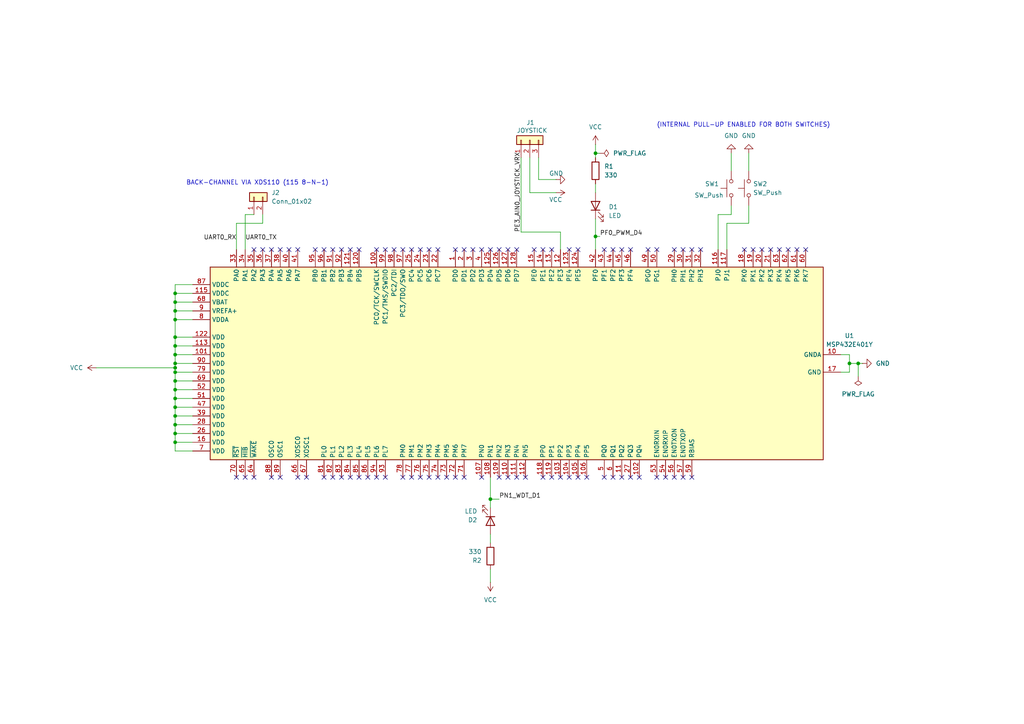
<source format=kicad_sch>
(kicad_sch
	(version 20231120)
	(generator "eeschema")
	(generator_version "8.0")
	(uuid "fcf1abd8-9f6d-4681-b777-cc274a931915")
	(paper "A4")
	(lib_symbols
		(symbol "Connector_Generic:Conn_01x02"
			(pin_names
				(offset 1.016) hide)
			(exclude_from_sim no)
			(in_bom yes)
			(on_board yes)
			(property "Reference" "J"
				(at 0 2.54 0)
				(effects
					(font
						(size 1.27 1.27)
					)
				)
			)
			(property "Value" "Conn_01x02"
				(at 0 -5.08 0)
				(effects
					(font
						(size 1.27 1.27)
					)
				)
			)
			(property "Footprint" ""
				(at 0 0 0)
				(effects
					(font
						(size 1.27 1.27)
					)
					(hide yes)
				)
			)
			(property "Datasheet" "~"
				(at 0 0 0)
				(effects
					(font
						(size 1.27 1.27)
					)
					(hide yes)
				)
			)
			(property "Description" "Generic connector, single row, 01x02, script generated (kicad-library-utils/schlib/autogen/connector/)"
				(at 0 0 0)
				(effects
					(font
						(size 1.27 1.27)
					)
					(hide yes)
				)
			)
			(property "ki_keywords" "connector"
				(at 0 0 0)
				(effects
					(font
						(size 1.27 1.27)
					)
					(hide yes)
				)
			)
			(property "ki_fp_filters" "Connector*:*_1x??_*"
				(at 0 0 0)
				(effects
					(font
						(size 1.27 1.27)
					)
					(hide yes)
				)
			)
			(symbol "Conn_01x02_1_1"
				(rectangle
					(start -1.27 -2.413)
					(end 0 -2.667)
					(stroke
						(width 0.1524)
						(type default)
					)
					(fill
						(type none)
					)
				)
				(rectangle
					(start -1.27 0.127)
					(end 0 -0.127)
					(stroke
						(width 0.1524)
						(type default)
					)
					(fill
						(type none)
					)
				)
				(rectangle
					(start -1.27 1.27)
					(end 1.27 -3.81)
					(stroke
						(width 0.254)
						(type default)
					)
					(fill
						(type background)
					)
				)
				(pin passive line
					(at -5.08 0 0)
					(length 3.81)
					(name "Pin_1"
						(effects
							(font
								(size 1.27 1.27)
							)
						)
					)
					(number "1"
						(effects
							(font
								(size 1.27 1.27)
							)
						)
					)
				)
				(pin passive line
					(at -5.08 -2.54 0)
					(length 3.81)
					(name "Pin_2"
						(effects
							(font
								(size 1.27 1.27)
							)
						)
					)
					(number "2"
						(effects
							(font
								(size 1.27 1.27)
							)
						)
					)
				)
			)
		)
		(symbol "Connector_Generic:Conn_01x03"
			(pin_names
				(offset 1.016) hide)
			(exclude_from_sim no)
			(in_bom yes)
			(on_board yes)
			(property "Reference" "J"
				(at 0 5.08 0)
				(effects
					(font
						(size 1.27 1.27)
					)
				)
			)
			(property "Value" "Conn_01x03"
				(at 0 -5.08 0)
				(effects
					(font
						(size 1.27 1.27)
					)
				)
			)
			(property "Footprint" ""
				(at 0 0 0)
				(effects
					(font
						(size 1.27 1.27)
					)
					(hide yes)
				)
			)
			(property "Datasheet" "~"
				(at 0 0 0)
				(effects
					(font
						(size 1.27 1.27)
					)
					(hide yes)
				)
			)
			(property "Description" "Generic connector, single row, 01x03, script generated (kicad-library-utils/schlib/autogen/connector/)"
				(at 0 0 0)
				(effects
					(font
						(size 1.27 1.27)
					)
					(hide yes)
				)
			)
			(property "ki_keywords" "connector"
				(at 0 0 0)
				(effects
					(font
						(size 1.27 1.27)
					)
					(hide yes)
				)
			)
			(property "ki_fp_filters" "Connector*:*_1x??_*"
				(at 0 0 0)
				(effects
					(font
						(size 1.27 1.27)
					)
					(hide yes)
				)
			)
			(symbol "Conn_01x03_1_1"
				(rectangle
					(start -1.27 -2.413)
					(end 0 -2.667)
					(stroke
						(width 0.1524)
						(type default)
					)
					(fill
						(type none)
					)
				)
				(rectangle
					(start -1.27 0.127)
					(end 0 -0.127)
					(stroke
						(width 0.1524)
						(type default)
					)
					(fill
						(type none)
					)
				)
				(rectangle
					(start -1.27 2.667)
					(end 0 2.413)
					(stroke
						(width 0.1524)
						(type default)
					)
					(fill
						(type none)
					)
				)
				(rectangle
					(start -1.27 3.81)
					(end 1.27 -3.81)
					(stroke
						(width 0.254)
						(type default)
					)
					(fill
						(type background)
					)
				)
				(pin passive line
					(at -5.08 2.54 0)
					(length 3.81)
					(name "Pin_1"
						(effects
							(font
								(size 1.27 1.27)
							)
						)
					)
					(number "1"
						(effects
							(font
								(size 1.27 1.27)
							)
						)
					)
				)
				(pin passive line
					(at -5.08 0 0)
					(length 3.81)
					(name "Pin_2"
						(effects
							(font
								(size 1.27 1.27)
							)
						)
					)
					(number "2"
						(effects
							(font
								(size 1.27 1.27)
							)
						)
					)
				)
				(pin passive line
					(at -5.08 -2.54 0)
					(length 3.81)
					(name "Pin_3"
						(effects
							(font
								(size 1.27 1.27)
							)
						)
					)
					(number "3"
						(effects
							(font
								(size 1.27 1.27)
							)
						)
					)
				)
			)
		)
		(symbol "Device:LED"
			(pin_numbers hide)
			(pin_names
				(offset 1.016) hide)
			(exclude_from_sim no)
			(in_bom yes)
			(on_board yes)
			(property "Reference" "D"
				(at 0 2.54 0)
				(effects
					(font
						(size 1.27 1.27)
					)
				)
			)
			(property "Value" "LED"
				(at 0 -2.54 0)
				(effects
					(font
						(size 1.27 1.27)
					)
				)
			)
			(property "Footprint" ""
				(at 0 0 0)
				(effects
					(font
						(size 1.27 1.27)
					)
					(hide yes)
				)
			)
			(property "Datasheet" "~"
				(at 0 0 0)
				(effects
					(font
						(size 1.27 1.27)
					)
					(hide yes)
				)
			)
			(property "Description" "Light emitting diode"
				(at 0 0 0)
				(effects
					(font
						(size 1.27 1.27)
					)
					(hide yes)
				)
			)
			(property "ki_keywords" "LED diode"
				(at 0 0 0)
				(effects
					(font
						(size 1.27 1.27)
					)
					(hide yes)
				)
			)
			(property "ki_fp_filters" "LED* LED_SMD:* LED_THT:*"
				(at 0 0 0)
				(effects
					(font
						(size 1.27 1.27)
					)
					(hide yes)
				)
			)
			(symbol "LED_0_1"
				(polyline
					(pts
						(xy -1.27 -1.27) (xy -1.27 1.27)
					)
					(stroke
						(width 0.254)
						(type default)
					)
					(fill
						(type none)
					)
				)
				(polyline
					(pts
						(xy -1.27 0) (xy 1.27 0)
					)
					(stroke
						(width 0)
						(type default)
					)
					(fill
						(type none)
					)
				)
				(polyline
					(pts
						(xy 1.27 -1.27) (xy 1.27 1.27) (xy -1.27 0) (xy 1.27 -1.27)
					)
					(stroke
						(width 0.254)
						(type default)
					)
					(fill
						(type none)
					)
				)
				(polyline
					(pts
						(xy -3.048 -0.762) (xy -4.572 -2.286) (xy -3.81 -2.286) (xy -4.572 -2.286) (xy -4.572 -1.524)
					)
					(stroke
						(width 0)
						(type default)
					)
					(fill
						(type none)
					)
				)
				(polyline
					(pts
						(xy -1.778 -0.762) (xy -3.302 -2.286) (xy -2.54 -2.286) (xy -3.302 -2.286) (xy -3.302 -1.524)
					)
					(stroke
						(width 0)
						(type default)
					)
					(fill
						(type none)
					)
				)
			)
			(symbol "LED_1_1"
				(pin passive line
					(at -3.81 0 0)
					(length 2.54)
					(name "K"
						(effects
							(font
								(size 1.27 1.27)
							)
						)
					)
					(number "1"
						(effects
							(font
								(size 1.27 1.27)
							)
						)
					)
				)
				(pin passive line
					(at 3.81 0 180)
					(length 2.54)
					(name "A"
						(effects
							(font
								(size 1.27 1.27)
							)
						)
					)
					(number "2"
						(effects
							(font
								(size 1.27 1.27)
							)
						)
					)
				)
			)
		)
		(symbol "Device:R"
			(pin_numbers hide)
			(pin_names
				(offset 0)
			)
			(exclude_from_sim no)
			(in_bom yes)
			(on_board yes)
			(property "Reference" "R"
				(at 2.032 0 90)
				(effects
					(font
						(size 1.27 1.27)
					)
				)
			)
			(property "Value" "R"
				(at 0 0 90)
				(effects
					(font
						(size 1.27 1.27)
					)
				)
			)
			(property "Footprint" ""
				(at -1.778 0 90)
				(effects
					(font
						(size 1.27 1.27)
					)
					(hide yes)
				)
			)
			(property "Datasheet" "~"
				(at 0 0 0)
				(effects
					(font
						(size 1.27 1.27)
					)
					(hide yes)
				)
			)
			(property "Description" "Resistor"
				(at 0 0 0)
				(effects
					(font
						(size 1.27 1.27)
					)
					(hide yes)
				)
			)
			(property "ki_keywords" "R res resistor"
				(at 0 0 0)
				(effects
					(font
						(size 1.27 1.27)
					)
					(hide yes)
				)
			)
			(property "ki_fp_filters" "R_*"
				(at 0 0 0)
				(effects
					(font
						(size 1.27 1.27)
					)
					(hide yes)
				)
			)
			(symbol "R_0_1"
				(rectangle
					(start -1.016 -2.54)
					(end 1.016 2.54)
					(stroke
						(width 0.254)
						(type default)
					)
					(fill
						(type none)
					)
				)
			)
			(symbol "R_1_1"
				(pin passive line
					(at 0 3.81 270)
					(length 1.27)
					(name "~"
						(effects
							(font
								(size 1.27 1.27)
							)
						)
					)
					(number "1"
						(effects
							(font
								(size 1.27 1.27)
							)
						)
					)
				)
				(pin passive line
					(at 0 -3.81 90)
					(length 1.27)
					(name "~"
						(effects
							(font
								(size 1.27 1.27)
							)
						)
					)
					(number "2"
						(effects
							(font
								(size 1.27 1.27)
							)
						)
					)
				)
			)
		)
		(symbol "MCU_Texas:MSP432E401Y"
			(exclude_from_sim no)
			(in_bom yes)
			(on_board yes)
			(property "Reference" "U"
				(at -30.48 90.17 0)
				(effects
					(font
						(size 1.27 1.27)
					)
					(justify left)
				)
			)
			(property "Value" "MSP432E401Y"
				(at 25.4 90.17 0)
				(effects
					(font
						(size 1.27 1.27)
					)
					(justify left)
				)
			)
			(property "Footprint" "Package_QFP:LQFP-128_14x14mm_P0.4mm"
				(at 53.34 -91.44 0)
				(effects
					(font
						(size 1.27 1.27)
					)
					(justify right)
					(hide yes)
				)
			)
			(property "Datasheet" "http://www.ti.com/lit/ds/symlink/msp432e401y.pdf"
				(at -17.78 -45.72 0)
				(effects
					(font
						(size 1.27 1.27)
					)
					(hide yes)
				)
			)
			(property "Description" "ARM Cortex-M4F MCU, 1024KB flash, 256KB RAM, 6KB EEPROM, 120MHz, 3.0-3.6V, TQFP-128"
				(at 0 0 0)
				(effects
					(font
						(size 1.27 1.27)
					)
					(hide yes)
				)
			)
			(property "ki_keywords" "ARM Cortex-M4F MSP432 MSP432E4 MSP432E401"
				(at 0 0 0)
				(effects
					(font
						(size 1.27 1.27)
					)
					(hide yes)
				)
			)
			(property "ki_fp_filters" "LQFP*14x14mm*P0.4mm*"
				(at 0 0 0)
				(effects
					(font
						(size 1.27 1.27)
					)
					(hide yes)
				)
			)
			(symbol "MSP432E401Y_1_1"
				(rectangle
					(start -27.94 -88.9)
					(end 27.94 88.9)
					(stroke
						(width 0.254)
						(type solid)
					)
					(fill
						(type background)
					)
				)
				(pin bidirectional line
					(at 33.02 17.78 180)
					(length 5.08)
					(name "PD0"
						(effects
							(font
								(size 1.27 1.27)
							)
						)
					)
					(number "1"
						(effects
							(font
								(size 1.27 1.27)
							)
						)
					)
				)
				(pin power_in line
					(at 2.54 -93.98 90)
					(length 5.08)
					(name "GNDA"
						(effects
							(font
								(size 1.27 1.27)
							)
						)
					)
					(number "10"
						(effects
							(font
								(size 1.27 1.27)
							)
						)
					)
				)
				(pin bidirectional line
					(at 33.02 40.64 180)
					(length 5.08)
					(name "PC0/TCK/SWCLK"
						(effects
							(font
								(size 1.27 1.27)
							)
						)
					)
					(number "100"
						(effects
							(font
								(size 1.27 1.27)
							)
						)
					)
				)
				(pin power_in line
					(at 2.54 93.98 270)
					(length 5.08)
					(name "VDD"
						(effects
							(font
								(size 1.27 1.27)
							)
						)
					)
					(number "101"
						(effects
							(font
								(size 1.27 1.27)
							)
						)
					)
				)
				(pin bidirectional line
					(at -33.02 -35.56 0)
					(length 5.08)
					(name "PQ4"
						(effects
							(font
								(size 1.27 1.27)
							)
						)
					)
					(number "102"
						(effects
							(font
								(size 1.27 1.27)
							)
						)
					)
				)
				(pin bidirectional line
					(at -33.02 -12.7 0)
					(length 5.08)
					(name "PP2"
						(effects
							(font
								(size 1.27 1.27)
							)
						)
					)
					(number "103"
						(effects
							(font
								(size 1.27 1.27)
							)
						)
					)
				)
				(pin bidirectional line
					(at -33.02 -15.24 0)
					(length 5.08)
					(name "PP3"
						(effects
							(font
								(size 1.27 1.27)
							)
						)
					)
					(number "104"
						(effects
							(font
								(size 1.27 1.27)
							)
						)
					)
				)
				(pin bidirectional line
					(at -33.02 -17.78 0)
					(length 5.08)
					(name "PP4"
						(effects
							(font
								(size 1.27 1.27)
							)
						)
					)
					(number "105"
						(effects
							(font
								(size 1.27 1.27)
							)
						)
					)
				)
				(pin bidirectional line
					(at -33.02 -20.32 0)
					(length 5.08)
					(name "PP5"
						(effects
							(font
								(size 1.27 1.27)
							)
						)
					)
					(number "106"
						(effects
							(font
								(size 1.27 1.27)
							)
						)
					)
				)
				(pin bidirectional line
					(at -33.02 10.16 0)
					(length 5.08)
					(name "PN0"
						(effects
							(font
								(size 1.27 1.27)
							)
						)
					)
					(number "107"
						(effects
							(font
								(size 1.27 1.27)
							)
						)
					)
				)
				(pin bidirectional line
					(at -33.02 7.62 0)
					(length 5.08)
					(name "PN1"
						(effects
							(font
								(size 1.27 1.27)
							)
						)
					)
					(number "108"
						(effects
							(font
								(size 1.27 1.27)
							)
						)
					)
				)
				(pin bidirectional line
					(at -33.02 5.08 0)
					(length 5.08)
					(name "PN2"
						(effects
							(font
								(size 1.27 1.27)
							)
						)
					)
					(number "109"
						(effects
							(font
								(size 1.27 1.27)
							)
						)
					)
				)
				(pin bidirectional line
					(at -33.02 -30.48 0)
					(length 5.08)
					(name "PQ2"
						(effects
							(font
								(size 1.27 1.27)
							)
						)
					)
					(number "11"
						(effects
							(font
								(size 1.27 1.27)
							)
						)
					)
				)
				(pin bidirectional line
					(at -33.02 2.54 0)
					(length 5.08)
					(name "PN3"
						(effects
							(font
								(size 1.27 1.27)
							)
						)
					)
					(number "110"
						(effects
							(font
								(size 1.27 1.27)
							)
						)
					)
				)
				(pin bidirectional line
					(at -33.02 0 0)
					(length 5.08)
					(name "PN4"
						(effects
							(font
								(size 1.27 1.27)
							)
						)
					)
					(number "111"
						(effects
							(font
								(size 1.27 1.27)
							)
						)
					)
				)
				(pin bidirectional line
					(at -33.02 -2.54 0)
					(length 5.08)
					(name "PN5"
						(effects
							(font
								(size 1.27 1.27)
							)
						)
					)
					(number "112"
						(effects
							(font
								(size 1.27 1.27)
							)
						)
					)
				)
				(pin power_in line
					(at 5.08 93.98 270)
					(length 5.08)
					(name "VDD"
						(effects
							(font
								(size 1.27 1.27)
							)
						)
					)
					(number "113"
						(effects
							(font
								(size 1.27 1.27)
							)
						)
					)
				)
				(pin passive line
					(at -2.54 -93.98 90)
					(length 5.08) hide
					(name "GND"
						(effects
							(font
								(size 1.27 1.27)
							)
						)
					)
					(number "114"
						(effects
							(font
								(size 1.27 1.27)
							)
						)
					)
				)
				(pin power_in line
					(at 20.32 93.98 270)
					(length 5.08)
					(name "VDDC"
						(effects
							(font
								(size 1.27 1.27)
							)
						)
					)
					(number "115"
						(effects
							(font
								(size 1.27 1.27)
							)
						)
					)
				)
				(pin bidirectional line
					(at 33.02 -58.42 180)
					(length 5.08)
					(name "PJ0"
						(effects
							(font
								(size 1.27 1.27)
							)
						)
					)
					(number "116"
						(effects
							(font
								(size 1.27 1.27)
							)
						)
					)
				)
				(pin bidirectional line
					(at 33.02 -60.96 180)
					(length 5.08)
					(name "PJ1"
						(effects
							(font
								(size 1.27 1.27)
							)
						)
					)
					(number "117"
						(effects
							(font
								(size 1.27 1.27)
							)
						)
					)
				)
				(pin bidirectional line
					(at -33.02 -7.62 0)
					(length 5.08)
					(name "PP0"
						(effects
							(font
								(size 1.27 1.27)
							)
						)
					)
					(number "118"
						(effects
							(font
								(size 1.27 1.27)
							)
						)
					)
				)
				(pin bidirectional line
					(at -33.02 -10.16 0)
					(length 5.08)
					(name "PP1"
						(effects
							(font
								(size 1.27 1.27)
							)
						)
					)
					(number "119"
						(effects
							(font
								(size 1.27 1.27)
							)
						)
					)
				)
				(pin bidirectional line
					(at 33.02 -12.7 180)
					(length 5.08)
					(name "PE3"
						(effects
							(font
								(size 1.27 1.27)
							)
						)
					)
					(number "12"
						(effects
							(font
								(size 1.27 1.27)
							)
						)
					)
				)
				(pin bidirectional line
					(at 33.02 45.72 180)
					(length 5.08)
					(name "PB5"
						(effects
							(font
								(size 1.27 1.27)
							)
						)
					)
					(number "120"
						(effects
							(font
								(size 1.27 1.27)
							)
						)
					)
				)
				(pin bidirectional line
					(at 33.02 48.26 180)
					(length 5.08)
					(name "PB4"
						(effects
							(font
								(size 1.27 1.27)
							)
						)
					)
					(number "121"
						(effects
							(font
								(size 1.27 1.27)
							)
						)
					)
				)
				(pin power_in line
					(at 7.62 93.98 270)
					(length 5.08)
					(name "VDD"
						(effects
							(font
								(size 1.27 1.27)
							)
						)
					)
					(number "122"
						(effects
							(font
								(size 1.27 1.27)
							)
						)
					)
				)
				(pin bidirectional line
					(at 33.02 -15.24 180)
					(length 5.08)
					(name "PE4"
						(effects
							(font
								(size 1.27 1.27)
							)
						)
					)
					(number "123"
						(effects
							(font
								(size 1.27 1.27)
							)
						)
					)
				)
				(pin bidirectional line
					(at 33.02 -17.78 180)
					(length 5.08)
					(name "PE5"
						(effects
							(font
								(size 1.27 1.27)
							)
						)
					)
					(number "124"
						(effects
							(font
								(size 1.27 1.27)
							)
						)
					)
				)
				(pin bidirectional line
					(at 33.02 7.62 180)
					(length 5.08)
					(name "PD4"
						(effects
							(font
								(size 1.27 1.27)
							)
						)
					)
					(number "125"
						(effects
							(font
								(size 1.27 1.27)
							)
						)
					)
				)
				(pin bidirectional line
					(at 33.02 5.08 180)
					(length 5.08)
					(name "PD5"
						(effects
							(font
								(size 1.27 1.27)
							)
						)
					)
					(number "126"
						(effects
							(font
								(size 1.27 1.27)
							)
						)
					)
				)
				(pin bidirectional line
					(at 33.02 2.54 180)
					(length 5.08)
					(name "PD6"
						(effects
							(font
								(size 1.27 1.27)
							)
						)
					)
					(number "127"
						(effects
							(font
								(size 1.27 1.27)
							)
						)
					)
				)
				(pin bidirectional line
					(at 33.02 0 180)
					(length 5.08)
					(name "PD7"
						(effects
							(font
								(size 1.27 1.27)
							)
						)
					)
					(number "128"
						(effects
							(font
								(size 1.27 1.27)
							)
						)
					)
				)
				(pin bidirectional line
					(at 33.02 -10.16 180)
					(length 5.08)
					(name "PE2"
						(effects
							(font
								(size 1.27 1.27)
							)
						)
					)
					(number "13"
						(effects
							(font
								(size 1.27 1.27)
							)
						)
					)
				)
				(pin bidirectional line
					(at 33.02 -7.62 180)
					(length 5.08)
					(name "PE1"
						(effects
							(font
								(size 1.27 1.27)
							)
						)
					)
					(number "14"
						(effects
							(font
								(size 1.27 1.27)
							)
						)
					)
				)
				(pin bidirectional line
					(at 33.02 -5.08 180)
					(length 5.08)
					(name "PE0"
						(effects
							(font
								(size 1.27 1.27)
							)
						)
					)
					(number "15"
						(effects
							(font
								(size 1.27 1.27)
							)
						)
					)
				)
				(pin power_in line
					(at -22.86 93.98 270)
					(length 5.08)
					(name "VDD"
						(effects
							(font
								(size 1.27 1.27)
							)
						)
					)
					(number "16"
						(effects
							(font
								(size 1.27 1.27)
							)
						)
					)
				)
				(pin power_in line
					(at -2.54 -93.98 90)
					(length 5.08)
					(name "GND"
						(effects
							(font
								(size 1.27 1.27)
							)
						)
					)
					(number "17"
						(effects
							(font
								(size 1.27 1.27)
							)
						)
					)
				)
				(pin bidirectional line
					(at 33.02 -66.04 180)
					(length 5.08)
					(name "PK0"
						(effects
							(font
								(size 1.27 1.27)
							)
						)
					)
					(number "18"
						(effects
							(font
								(size 1.27 1.27)
							)
						)
					)
				)
				(pin bidirectional line
					(at 33.02 -68.58 180)
					(length 5.08)
					(name "PK1"
						(effects
							(font
								(size 1.27 1.27)
							)
						)
					)
					(number "19"
						(effects
							(font
								(size 1.27 1.27)
							)
						)
					)
				)
				(pin bidirectional line
					(at 33.02 15.24 180)
					(length 5.08)
					(name "PD1"
						(effects
							(font
								(size 1.27 1.27)
							)
						)
					)
					(number "2"
						(effects
							(font
								(size 1.27 1.27)
							)
						)
					)
				)
				(pin bidirectional line
					(at 33.02 -71.12 180)
					(length 5.08)
					(name "PK2"
						(effects
							(font
								(size 1.27 1.27)
							)
						)
					)
					(number "20"
						(effects
							(font
								(size 1.27 1.27)
							)
						)
					)
				)
				(pin bidirectional line
					(at 33.02 -73.66 180)
					(length 5.08)
					(name "PK3"
						(effects
							(font
								(size 1.27 1.27)
							)
						)
					)
					(number "21"
						(effects
							(font
								(size 1.27 1.27)
							)
						)
					)
				)
				(pin bidirectional line
					(at 33.02 22.86 180)
					(length 5.08)
					(name "PC7"
						(effects
							(font
								(size 1.27 1.27)
							)
						)
					)
					(number "22"
						(effects
							(font
								(size 1.27 1.27)
							)
						)
					)
				)
				(pin bidirectional line
					(at 33.02 25.4 180)
					(length 5.08)
					(name "PC6"
						(effects
							(font
								(size 1.27 1.27)
							)
						)
					)
					(number "23"
						(effects
							(font
								(size 1.27 1.27)
							)
						)
					)
				)
				(pin bidirectional line
					(at 33.02 27.94 180)
					(length 5.08)
					(name "PC5"
						(effects
							(font
								(size 1.27 1.27)
							)
						)
					)
					(number "24"
						(effects
							(font
								(size 1.27 1.27)
							)
						)
					)
				)
				(pin bidirectional line
					(at 33.02 30.48 180)
					(length 5.08)
					(name "PC4"
						(effects
							(font
								(size 1.27 1.27)
							)
						)
					)
					(number "25"
						(effects
							(font
								(size 1.27 1.27)
							)
						)
					)
				)
				(pin power_in line
					(at -20.32 93.98 270)
					(length 5.08)
					(name "VDD"
						(effects
							(font
								(size 1.27 1.27)
							)
						)
					)
					(number "26"
						(effects
							(font
								(size 1.27 1.27)
							)
						)
					)
				)
				(pin bidirectional line
					(at -33.02 -33.02 0)
					(length 5.08)
					(name "PQ3"
						(effects
							(font
								(size 1.27 1.27)
							)
						)
					)
					(number "27"
						(effects
							(font
								(size 1.27 1.27)
							)
						)
					)
				)
				(pin power_in line
					(at -17.78 93.98 270)
					(length 5.08)
					(name "VDD"
						(effects
							(font
								(size 1.27 1.27)
							)
						)
					)
					(number "28"
						(effects
							(font
								(size 1.27 1.27)
							)
						)
					)
				)
				(pin bidirectional line
					(at 33.02 -45.72 180)
					(length 5.08)
					(name "PH0"
						(effects
							(font
								(size 1.27 1.27)
							)
						)
					)
					(number "29"
						(effects
							(font
								(size 1.27 1.27)
							)
						)
					)
				)
				(pin bidirectional line
					(at 33.02 12.7 180)
					(length 5.08)
					(name "PD2"
						(effects
							(font
								(size 1.27 1.27)
							)
						)
					)
					(number "3"
						(effects
							(font
								(size 1.27 1.27)
							)
						)
					)
				)
				(pin bidirectional line
					(at 33.02 -48.26 180)
					(length 5.08)
					(name "PH1"
						(effects
							(font
								(size 1.27 1.27)
							)
						)
					)
					(number "30"
						(effects
							(font
								(size 1.27 1.27)
							)
						)
					)
				)
				(pin bidirectional line
					(at 33.02 -50.8 180)
					(length 5.08)
					(name "PH2"
						(effects
							(font
								(size 1.27 1.27)
							)
						)
					)
					(number "31"
						(effects
							(font
								(size 1.27 1.27)
							)
						)
					)
				)
				(pin bidirectional line
					(at 33.02 -53.34 180)
					(length 5.08)
					(name "PH3"
						(effects
							(font
								(size 1.27 1.27)
							)
						)
					)
					(number "32"
						(effects
							(font
								(size 1.27 1.27)
							)
						)
					)
				)
				(pin bidirectional line
					(at 33.02 81.28 180)
					(length 5.08)
					(name "PA0"
						(effects
							(font
								(size 1.27 1.27)
							)
						)
					)
					(number "33"
						(effects
							(font
								(size 1.27 1.27)
							)
						)
					)
				)
				(pin bidirectional line
					(at 33.02 78.74 180)
					(length 5.08)
					(name "PA1"
						(effects
							(font
								(size 1.27 1.27)
							)
						)
					)
					(number "34"
						(effects
							(font
								(size 1.27 1.27)
							)
						)
					)
				)
				(pin bidirectional line
					(at 33.02 76.2 180)
					(length 5.08)
					(name "PA2"
						(effects
							(font
								(size 1.27 1.27)
							)
						)
					)
					(number "35"
						(effects
							(font
								(size 1.27 1.27)
							)
						)
					)
				)
				(pin bidirectional line
					(at 33.02 73.66 180)
					(length 5.08)
					(name "PA3"
						(effects
							(font
								(size 1.27 1.27)
							)
						)
					)
					(number "36"
						(effects
							(font
								(size 1.27 1.27)
							)
						)
					)
				)
				(pin bidirectional line
					(at 33.02 71.12 180)
					(length 5.08)
					(name "PA4"
						(effects
							(font
								(size 1.27 1.27)
							)
						)
					)
					(number "37"
						(effects
							(font
								(size 1.27 1.27)
							)
						)
					)
				)
				(pin bidirectional line
					(at 33.02 68.58 180)
					(length 5.08)
					(name "PA5"
						(effects
							(font
								(size 1.27 1.27)
							)
						)
					)
					(number "38"
						(effects
							(font
								(size 1.27 1.27)
							)
						)
					)
				)
				(pin power_in line
					(at -15.24 93.98 270)
					(length 5.08)
					(name "VDD"
						(effects
							(font
								(size 1.27 1.27)
							)
						)
					)
					(number "39"
						(effects
							(font
								(size 1.27 1.27)
							)
						)
					)
				)
				(pin bidirectional line
					(at 33.02 10.16 180)
					(length 5.08)
					(name "PD3"
						(effects
							(font
								(size 1.27 1.27)
							)
						)
					)
					(number "4"
						(effects
							(font
								(size 1.27 1.27)
							)
						)
					)
				)
				(pin bidirectional line
					(at 33.02 66.04 180)
					(length 5.08)
					(name "PA6"
						(effects
							(font
								(size 1.27 1.27)
							)
						)
					)
					(number "40"
						(effects
							(font
								(size 1.27 1.27)
							)
						)
					)
				)
				(pin bidirectional line
					(at 33.02 63.5 180)
					(length 5.08)
					(name "PA7"
						(effects
							(font
								(size 1.27 1.27)
							)
						)
					)
					(number "41"
						(effects
							(font
								(size 1.27 1.27)
							)
						)
					)
				)
				(pin bidirectional line
					(at 33.02 -22.86 180)
					(length 5.08)
					(name "PF0"
						(effects
							(font
								(size 1.27 1.27)
							)
						)
					)
					(number "42"
						(effects
							(font
								(size 1.27 1.27)
							)
						)
					)
				)
				(pin bidirectional line
					(at 33.02 -25.4 180)
					(length 5.08)
					(name "PF1"
						(effects
							(font
								(size 1.27 1.27)
							)
						)
					)
					(number "43"
						(effects
							(font
								(size 1.27 1.27)
							)
						)
					)
				)
				(pin bidirectional line
					(at 33.02 -27.94 180)
					(length 5.08)
					(name "PF2"
						(effects
							(font
								(size 1.27 1.27)
							)
						)
					)
					(number "44"
						(effects
							(font
								(size 1.27 1.27)
							)
						)
					)
				)
				(pin bidirectional line
					(at 33.02 -30.48 180)
					(length 5.08)
					(name "PF3"
						(effects
							(font
								(size 1.27 1.27)
							)
						)
					)
					(number "45"
						(effects
							(font
								(size 1.27 1.27)
							)
						)
					)
				)
				(pin bidirectional line
					(at 33.02 -33.02 180)
					(length 5.08)
					(name "PF4"
						(effects
							(font
								(size 1.27 1.27)
							)
						)
					)
					(number "46"
						(effects
							(font
								(size 1.27 1.27)
							)
						)
					)
				)
				(pin power_in line
					(at -12.7 93.98 270)
					(length 5.08)
					(name "VDD"
						(effects
							(font
								(size 1.27 1.27)
							)
						)
					)
					(number "47"
						(effects
							(font
								(size 1.27 1.27)
							)
						)
					)
				)
				(pin passive line
					(at -2.54 -93.98 90)
					(length 5.08) hide
					(name "GND"
						(effects
							(font
								(size 1.27 1.27)
							)
						)
					)
					(number "48"
						(effects
							(font
								(size 1.27 1.27)
							)
						)
					)
				)
				(pin bidirectional line
					(at 33.02 -38.1 180)
					(length 5.08)
					(name "PG0"
						(effects
							(font
								(size 1.27 1.27)
							)
						)
					)
					(number "49"
						(effects
							(font
								(size 1.27 1.27)
							)
						)
					)
				)
				(pin bidirectional line
					(at -33.02 -25.4 0)
					(length 5.08)
					(name "PQ0"
						(effects
							(font
								(size 1.27 1.27)
							)
						)
					)
					(number "5"
						(effects
							(font
								(size 1.27 1.27)
							)
						)
					)
				)
				(pin bidirectional line
					(at 33.02 -40.64 180)
					(length 5.08)
					(name "PG1"
						(effects
							(font
								(size 1.27 1.27)
							)
						)
					)
					(number "50"
						(effects
							(font
								(size 1.27 1.27)
							)
						)
					)
				)
				(pin power_in line
					(at -10.16 93.98 270)
					(length 5.08)
					(name "VDD"
						(effects
							(font
								(size 1.27 1.27)
							)
						)
					)
					(number "51"
						(effects
							(font
								(size 1.27 1.27)
							)
						)
					)
				)
				(pin power_in line
					(at -7.62 93.98 270)
					(length 5.08)
					(name "VDD"
						(effects
							(font
								(size 1.27 1.27)
							)
						)
					)
					(number "52"
						(effects
							(font
								(size 1.27 1.27)
							)
						)
					)
				)
				(pin bidirectional line
					(at -33.02 -40.64 0)
					(length 5.08)
					(name "EN0RXIN"
						(effects
							(font
								(size 1.27 1.27)
							)
						)
					)
					(number "53"
						(effects
							(font
								(size 1.27 1.27)
							)
						)
					)
				)
				(pin bidirectional line
					(at -33.02 -43.18 0)
					(length 5.08)
					(name "EN0RXIP"
						(effects
							(font
								(size 1.27 1.27)
							)
						)
					)
					(number "54"
						(effects
							(font
								(size 1.27 1.27)
							)
						)
					)
				)
				(pin passive line
					(at -2.54 -93.98 90)
					(length 5.08) hide
					(name "GND"
						(effects
							(font
								(size 1.27 1.27)
							)
						)
					)
					(number "55"
						(effects
							(font
								(size 1.27 1.27)
							)
						)
					)
				)
				(pin bidirectional line
					(at -33.02 -45.72 0)
					(length 5.08)
					(name "EN0TXON"
						(effects
							(font
								(size 1.27 1.27)
							)
						)
					)
					(number "56"
						(effects
							(font
								(size 1.27 1.27)
							)
						)
					)
				)
				(pin bidirectional line
					(at -33.02 -48.26 0)
					(length 5.08)
					(name "EN0TXOP"
						(effects
							(font
								(size 1.27 1.27)
							)
						)
					)
					(number "57"
						(effects
							(font
								(size 1.27 1.27)
							)
						)
					)
				)
				(pin passive line
					(at -2.54 -93.98 90)
					(length 5.08) hide
					(name "GND"
						(effects
							(font
								(size 1.27 1.27)
							)
						)
					)
					(number "58"
						(effects
							(font
								(size 1.27 1.27)
							)
						)
					)
				)
				(pin passive line
					(at -33.02 -50.8 0)
					(length 5.08)
					(name "RBIAS"
						(effects
							(font
								(size 1.27 1.27)
							)
						)
					)
					(number "59"
						(effects
							(font
								(size 1.27 1.27)
							)
						)
					)
				)
				(pin bidirectional line
					(at -33.02 -27.94 0)
					(length 5.08)
					(name "PQ1"
						(effects
							(font
								(size 1.27 1.27)
							)
						)
					)
					(number "6"
						(effects
							(font
								(size 1.27 1.27)
							)
						)
					)
				)
				(pin bidirectional line
					(at 33.02 -83.82 180)
					(length 5.08)
					(name "PK7"
						(effects
							(font
								(size 1.27 1.27)
							)
						)
					)
					(number "60"
						(effects
							(font
								(size 1.27 1.27)
							)
						)
					)
				)
				(pin bidirectional line
					(at 33.02 -81.28 180)
					(length 5.08)
					(name "PK6"
						(effects
							(font
								(size 1.27 1.27)
							)
						)
					)
					(number "61"
						(effects
							(font
								(size 1.27 1.27)
							)
						)
					)
				)
				(pin bidirectional line
					(at 33.02 -78.74 180)
					(length 5.08)
					(name "PK5"
						(effects
							(font
								(size 1.27 1.27)
							)
						)
					)
					(number "62"
						(effects
							(font
								(size 1.27 1.27)
							)
						)
					)
				)
				(pin bidirectional line
					(at 33.02 -76.2 180)
					(length 5.08)
					(name "PK4"
						(effects
							(font
								(size 1.27 1.27)
							)
						)
					)
					(number "63"
						(effects
							(font
								(size 1.27 1.27)
							)
						)
					)
				)
				(pin input line
					(at -33.02 76.2 0)
					(length 5.08)
					(name "~{WAKE}"
						(effects
							(font
								(size 1.27 1.27)
							)
						)
					)
					(number "64"
						(effects
							(font
								(size 1.27 1.27)
							)
						)
					)
				)
				(pin output line
					(at -33.02 78.74 0)
					(length 5.08)
					(name "~{HIB}"
						(effects
							(font
								(size 1.27 1.27)
							)
						)
					)
					(number "65"
						(effects
							(font
								(size 1.27 1.27)
							)
						)
					)
				)
				(pin input line
					(at -33.02 63.5 0)
					(length 5.08)
					(name "XOSC0"
						(effects
							(font
								(size 1.27 1.27)
							)
						)
					)
					(number "66"
						(effects
							(font
								(size 1.27 1.27)
							)
						)
					)
				)
				(pin output line
					(at -33.02 60.96 0)
					(length 5.08)
					(name "XOSC1"
						(effects
							(font
								(size 1.27 1.27)
							)
						)
					)
					(number "67"
						(effects
							(font
								(size 1.27 1.27)
							)
						)
					)
				)
				(pin power_in line
					(at 17.78 93.98 270)
					(length 5.08)
					(name "VBAT"
						(effects
							(font
								(size 1.27 1.27)
							)
						)
					)
					(number "68"
						(effects
							(font
								(size 1.27 1.27)
							)
						)
					)
				)
				(pin power_in line
					(at -5.08 93.98 270)
					(length 5.08)
					(name "VDD"
						(effects
							(font
								(size 1.27 1.27)
							)
						)
					)
					(number "69"
						(effects
							(font
								(size 1.27 1.27)
							)
						)
					)
				)
				(pin power_in line
					(at -25.4 93.98 270)
					(length 5.08)
					(name "VDD"
						(effects
							(font
								(size 1.27 1.27)
							)
						)
					)
					(number "7"
						(effects
							(font
								(size 1.27 1.27)
							)
						)
					)
				)
				(pin input line
					(at -33.02 81.28 0)
					(length 5.08)
					(name "~{RST}"
						(effects
							(font
								(size 1.27 1.27)
							)
						)
					)
					(number "70"
						(effects
							(font
								(size 1.27 1.27)
							)
						)
					)
				)
				(pin bidirectional line
					(at -33.02 15.24 0)
					(length 5.08)
					(name "PM7"
						(effects
							(font
								(size 1.27 1.27)
							)
						)
					)
					(number "71"
						(effects
							(font
								(size 1.27 1.27)
							)
						)
					)
				)
				(pin bidirectional line
					(at -33.02 17.78 0)
					(length 5.08)
					(name "PM6"
						(effects
							(font
								(size 1.27 1.27)
							)
						)
					)
					(number "72"
						(effects
							(font
								(size 1.27 1.27)
							)
						)
					)
				)
				(pin bidirectional line
					(at -33.02 20.32 0)
					(length 5.08)
					(name "PM5"
						(effects
							(font
								(size 1.27 1.27)
							)
						)
					)
					(number "73"
						(effects
							(font
								(size 1.27 1.27)
							)
						)
					)
				)
				(pin bidirectional line
					(at -33.02 22.86 0)
					(length 5.08)
					(name "PM4"
						(effects
							(font
								(size 1.27 1.27)
							)
						)
					)
					(number "74"
						(effects
							(font
								(size 1.27 1.27)
							)
						)
					)
				)
				(pin bidirectional line
					(at -33.02 25.4 0)
					(length 5.08)
					(name "PM3"
						(effects
							(font
								(size 1.27 1.27)
							)
						)
					)
					(number "75"
						(effects
							(font
								(size 1.27 1.27)
							)
						)
					)
				)
				(pin bidirectional line
					(at -33.02 27.94 0)
					(length 5.08)
					(name "PM2"
						(effects
							(font
								(size 1.27 1.27)
							)
						)
					)
					(number "76"
						(effects
							(font
								(size 1.27 1.27)
							)
						)
					)
				)
				(pin bidirectional line
					(at -33.02 30.48 0)
					(length 5.08)
					(name "PM1"
						(effects
							(font
								(size 1.27 1.27)
							)
						)
					)
					(number "77"
						(effects
							(font
								(size 1.27 1.27)
							)
						)
					)
				)
				(pin bidirectional line
					(at -33.02 33.02 0)
					(length 5.08)
					(name "PM0"
						(effects
							(font
								(size 1.27 1.27)
							)
						)
					)
					(number "78"
						(effects
							(font
								(size 1.27 1.27)
							)
						)
					)
				)
				(pin power_in line
					(at -2.54 93.98 270)
					(length 5.08)
					(name "VDD"
						(effects
							(font
								(size 1.27 1.27)
							)
						)
					)
					(number "79"
						(effects
							(font
								(size 1.27 1.27)
							)
						)
					)
				)
				(pin power_in line
					(at 12.7 93.98 270)
					(length 5.08)
					(name "VDDA"
						(effects
							(font
								(size 1.27 1.27)
							)
						)
					)
					(number "8"
						(effects
							(font
								(size 1.27 1.27)
							)
						)
					)
				)
				(pin passive line
					(at -2.54 -93.98 90)
					(length 5.08) hide
					(name "GND"
						(effects
							(font
								(size 1.27 1.27)
							)
						)
					)
					(number "80"
						(effects
							(font
								(size 1.27 1.27)
							)
						)
					)
				)
				(pin bidirectional line
					(at -33.02 55.88 0)
					(length 5.08)
					(name "PL0"
						(effects
							(font
								(size 1.27 1.27)
							)
						)
					)
					(number "81"
						(effects
							(font
								(size 1.27 1.27)
							)
						)
					)
				)
				(pin bidirectional line
					(at -33.02 53.34 0)
					(length 5.08)
					(name "PL1"
						(effects
							(font
								(size 1.27 1.27)
							)
						)
					)
					(number "82"
						(effects
							(font
								(size 1.27 1.27)
							)
						)
					)
				)
				(pin bidirectional line
					(at -33.02 50.8 0)
					(length 5.08)
					(name "PL2"
						(effects
							(font
								(size 1.27 1.27)
							)
						)
					)
					(number "83"
						(effects
							(font
								(size 1.27 1.27)
							)
						)
					)
				)
				(pin bidirectional line
					(at -33.02 48.26 0)
					(length 5.08)
					(name "PL3"
						(effects
							(font
								(size 1.27 1.27)
							)
						)
					)
					(number "84"
						(effects
							(font
								(size 1.27 1.27)
							)
						)
					)
				)
				(pin bidirectional line
					(at -33.02 45.72 0)
					(length 5.08)
					(name "PL4"
						(effects
							(font
								(size 1.27 1.27)
							)
						)
					)
					(number "85"
						(effects
							(font
								(size 1.27 1.27)
							)
						)
					)
				)
				(pin bidirectional line
					(at -33.02 43.18 0)
					(length 5.08)
					(name "PL5"
						(effects
							(font
								(size 1.27 1.27)
							)
						)
					)
					(number "86"
						(effects
							(font
								(size 1.27 1.27)
							)
						)
					)
				)
				(pin power_in line
					(at 22.86 93.98 270)
					(length 5.08)
					(name "VDDC"
						(effects
							(font
								(size 1.27 1.27)
							)
						)
					)
					(number "87"
						(effects
							(font
								(size 1.27 1.27)
							)
						)
					)
				)
				(pin input line
					(at -33.02 71.12 0)
					(length 5.08)
					(name "OSC0"
						(effects
							(font
								(size 1.27 1.27)
							)
						)
					)
					(number "88"
						(effects
							(font
								(size 1.27 1.27)
							)
						)
					)
				)
				(pin output line
					(at -33.02 68.58 0)
					(length 5.08)
					(name "OSC1"
						(effects
							(font
								(size 1.27 1.27)
							)
						)
					)
					(number "89"
						(effects
							(font
								(size 1.27 1.27)
							)
						)
					)
				)
				(pin power_in line
					(at 15.24 93.98 270)
					(length 5.08)
					(name "VREFA+"
						(effects
							(font
								(size 1.27 1.27)
							)
						)
					)
					(number "9"
						(effects
							(font
								(size 1.27 1.27)
							)
						)
					)
				)
				(pin power_in line
					(at 0 93.98 270)
					(length 5.08)
					(name "VDD"
						(effects
							(font
								(size 1.27 1.27)
							)
						)
					)
					(number "90"
						(effects
							(font
								(size 1.27 1.27)
							)
						)
					)
				)
				(pin bidirectional line
					(at 33.02 53.34 180)
					(length 5.08)
					(name "PB2"
						(effects
							(font
								(size 1.27 1.27)
							)
						)
					)
					(number "91"
						(effects
							(font
								(size 1.27 1.27)
							)
						)
					)
				)
				(pin bidirectional line
					(at 33.02 50.8 180)
					(length 5.08)
					(name "PB3"
						(effects
							(font
								(size 1.27 1.27)
							)
						)
					)
					(number "92"
						(effects
							(font
								(size 1.27 1.27)
							)
						)
					)
				)
				(pin bidirectional line
					(at -33.02 38.1 0)
					(length 5.08)
					(name "PL7"
						(effects
							(font
								(size 1.27 1.27)
							)
						)
					)
					(number "93"
						(effects
							(font
								(size 1.27 1.27)
							)
						)
					)
				)
				(pin bidirectional line
					(at -33.02 40.64 0)
					(length 5.08)
					(name "PL6"
						(effects
							(font
								(size 1.27 1.27)
							)
						)
					)
					(number "94"
						(effects
							(font
								(size 1.27 1.27)
							)
						)
					)
				)
				(pin bidirectional line
					(at 33.02 58.42 180)
					(length 5.08)
					(name "PB0"
						(effects
							(font
								(size 1.27 1.27)
							)
						)
					)
					(number "95"
						(effects
							(font
								(size 1.27 1.27)
							)
						)
					)
				)
				(pin bidirectional line
					(at 33.02 55.88 180)
					(length 5.08)
					(name "PB1"
						(effects
							(font
								(size 1.27 1.27)
							)
						)
					)
					(number "96"
						(effects
							(font
								(size 1.27 1.27)
							)
						)
					)
				)
				(pin bidirectional line
					(at 33.02 33.02 180)
					(length 5.08)
					(name "PC3/TDO/SWO"
						(effects
							(font
								(size 1.27 1.27)
							)
						)
					)
					(number "97"
						(effects
							(font
								(size 1.27 1.27)
							)
						)
					)
				)
				(pin bidirectional line
					(at 33.02 35.56 180)
					(length 5.08)
					(name "PC2/TDI"
						(effects
							(font
								(size 1.27 1.27)
							)
						)
					)
					(number "98"
						(effects
							(font
								(size 1.27 1.27)
							)
						)
					)
				)
				(pin bidirectional line
					(at 33.02 38.1 180)
					(length 5.08)
					(name "PC1/TMS/SWDIO"
						(effects
							(font
								(size 1.27 1.27)
							)
						)
					)
					(number "99"
						(effects
							(font
								(size 1.27 1.27)
							)
						)
					)
				)
			)
		)
		(symbol "Switch:SW_Push"
			(pin_numbers hide)
			(pin_names
				(offset 1.016) hide)
			(exclude_from_sim no)
			(in_bom yes)
			(on_board yes)
			(property "Reference" "SW"
				(at 1.27 2.54 0)
				(effects
					(font
						(size 1.27 1.27)
					)
					(justify left)
				)
			)
			(property "Value" "SW_Push"
				(at 0 -1.524 0)
				(effects
					(font
						(size 1.27 1.27)
					)
				)
			)
			(property "Footprint" ""
				(at 0 5.08 0)
				(effects
					(font
						(size 1.27 1.27)
					)
					(hide yes)
				)
			)
			(property "Datasheet" "~"
				(at 0 5.08 0)
				(effects
					(font
						(size 1.27 1.27)
					)
					(hide yes)
				)
			)
			(property "Description" "Push button switch, generic, two pins"
				(at 0 0 0)
				(effects
					(font
						(size 1.27 1.27)
					)
					(hide yes)
				)
			)
			(property "ki_keywords" "switch normally-open pushbutton push-button"
				(at 0 0 0)
				(effects
					(font
						(size 1.27 1.27)
					)
					(hide yes)
				)
			)
			(symbol "SW_Push_0_1"
				(circle
					(center -2.032 0)
					(radius 0.508)
					(stroke
						(width 0)
						(type default)
					)
					(fill
						(type none)
					)
				)
				(polyline
					(pts
						(xy 0 1.27) (xy 0 3.048)
					)
					(stroke
						(width 0)
						(type default)
					)
					(fill
						(type none)
					)
				)
				(polyline
					(pts
						(xy 2.54 1.27) (xy -2.54 1.27)
					)
					(stroke
						(width 0)
						(type default)
					)
					(fill
						(type none)
					)
				)
				(circle
					(center 2.032 0)
					(radius 0.508)
					(stroke
						(width 0)
						(type default)
					)
					(fill
						(type none)
					)
				)
				(pin passive line
					(at -5.08 0 0)
					(length 2.54)
					(name "1"
						(effects
							(font
								(size 1.27 1.27)
							)
						)
					)
					(number "1"
						(effects
							(font
								(size 1.27 1.27)
							)
						)
					)
				)
				(pin passive line
					(at 5.08 0 180)
					(length 2.54)
					(name "2"
						(effects
							(font
								(size 1.27 1.27)
							)
						)
					)
					(number "2"
						(effects
							(font
								(size 1.27 1.27)
							)
						)
					)
				)
			)
		)
		(symbol "power:GND"
			(power)
			(pin_numbers hide)
			(pin_names
				(offset 0) hide)
			(exclude_from_sim no)
			(in_bom yes)
			(on_board yes)
			(property "Reference" "#PWR"
				(at 0 -6.35 0)
				(effects
					(font
						(size 1.27 1.27)
					)
					(hide yes)
				)
			)
			(property "Value" "GND"
				(at 0 -3.81 0)
				(effects
					(font
						(size 1.27 1.27)
					)
				)
			)
			(property "Footprint" ""
				(at 0 0 0)
				(effects
					(font
						(size 1.27 1.27)
					)
					(hide yes)
				)
			)
			(property "Datasheet" ""
				(at 0 0 0)
				(effects
					(font
						(size 1.27 1.27)
					)
					(hide yes)
				)
			)
			(property "Description" "Power symbol creates a global label with name \"GND\" , ground"
				(at 0 0 0)
				(effects
					(font
						(size 1.27 1.27)
					)
					(hide yes)
				)
			)
			(property "ki_keywords" "global power"
				(at 0 0 0)
				(effects
					(font
						(size 1.27 1.27)
					)
					(hide yes)
				)
			)
			(symbol "GND_0_1"
				(polyline
					(pts
						(xy 0 0) (xy 0 -1.27) (xy 1.27 -1.27) (xy 0 -2.54) (xy -1.27 -1.27) (xy 0 -1.27)
					)
					(stroke
						(width 0)
						(type default)
					)
					(fill
						(type none)
					)
				)
			)
			(symbol "GND_1_1"
				(pin power_in line
					(at 0 0 270)
					(length 0)
					(name "~"
						(effects
							(font
								(size 1.27 1.27)
							)
						)
					)
					(number "1"
						(effects
							(font
								(size 1.27 1.27)
							)
						)
					)
				)
			)
		)
		(symbol "power:PWR_FLAG"
			(power)
			(pin_numbers hide)
			(pin_names
				(offset 0) hide)
			(exclude_from_sim no)
			(in_bom yes)
			(on_board yes)
			(property "Reference" "#FLG"
				(at 0 1.905 0)
				(effects
					(font
						(size 1.27 1.27)
					)
					(hide yes)
				)
			)
			(property "Value" "PWR_FLAG"
				(at 0 3.81 0)
				(effects
					(font
						(size 1.27 1.27)
					)
				)
			)
			(property "Footprint" ""
				(at 0 0 0)
				(effects
					(font
						(size 1.27 1.27)
					)
					(hide yes)
				)
			)
			(property "Datasheet" "~"
				(at 0 0 0)
				(effects
					(font
						(size 1.27 1.27)
					)
					(hide yes)
				)
			)
			(property "Description" "Special symbol for telling ERC where power comes from"
				(at 0 0 0)
				(effects
					(font
						(size 1.27 1.27)
					)
					(hide yes)
				)
			)
			(property "ki_keywords" "flag power"
				(at 0 0 0)
				(effects
					(font
						(size 1.27 1.27)
					)
					(hide yes)
				)
			)
			(symbol "PWR_FLAG_0_0"
				(pin power_out line
					(at 0 0 90)
					(length 0)
					(name "~"
						(effects
							(font
								(size 1.27 1.27)
							)
						)
					)
					(number "1"
						(effects
							(font
								(size 1.27 1.27)
							)
						)
					)
				)
			)
			(symbol "PWR_FLAG_0_1"
				(polyline
					(pts
						(xy 0 0) (xy 0 1.27) (xy -1.016 1.905) (xy 0 2.54) (xy 1.016 1.905) (xy 0 1.27)
					)
					(stroke
						(width 0)
						(type default)
					)
					(fill
						(type none)
					)
				)
			)
		)
		(symbol "power:VCC"
			(power)
			(pin_numbers hide)
			(pin_names
				(offset 0) hide)
			(exclude_from_sim no)
			(in_bom yes)
			(on_board yes)
			(property "Reference" "#PWR"
				(at 0 -3.81 0)
				(effects
					(font
						(size 1.27 1.27)
					)
					(hide yes)
				)
			)
			(property "Value" "VCC"
				(at 0 3.556 0)
				(effects
					(font
						(size 1.27 1.27)
					)
				)
			)
			(property "Footprint" ""
				(at 0 0 0)
				(effects
					(font
						(size 1.27 1.27)
					)
					(hide yes)
				)
			)
			(property "Datasheet" ""
				(at 0 0 0)
				(effects
					(font
						(size 1.27 1.27)
					)
					(hide yes)
				)
			)
			(property "Description" "Power symbol creates a global label with name \"VCC\""
				(at 0 0 0)
				(effects
					(font
						(size 1.27 1.27)
					)
					(hide yes)
				)
			)
			(property "ki_keywords" "global power"
				(at 0 0 0)
				(effects
					(font
						(size 1.27 1.27)
					)
					(hide yes)
				)
			)
			(symbol "VCC_0_1"
				(polyline
					(pts
						(xy -0.762 1.27) (xy 0 2.54)
					)
					(stroke
						(width 0)
						(type default)
					)
					(fill
						(type none)
					)
				)
				(polyline
					(pts
						(xy 0 0) (xy 0 2.54)
					)
					(stroke
						(width 0)
						(type default)
					)
					(fill
						(type none)
					)
				)
				(polyline
					(pts
						(xy 0 2.54) (xy 0.762 1.27)
					)
					(stroke
						(width 0)
						(type default)
					)
					(fill
						(type none)
					)
				)
			)
			(symbol "VCC_1_1"
				(pin power_in line
					(at 0 0 90)
					(length 0)
					(name "~"
						(effects
							(font
								(size 1.27 1.27)
							)
						)
					)
					(number "1"
						(effects
							(font
								(size 1.27 1.27)
							)
						)
					)
				)
			)
		)
	)
	(junction
		(at 50.8 107.95)
		(diameter 0)
		(color 0 0 0 0)
		(uuid "08c13d82-7e78-4054-abd4-843a632e8218")
	)
	(junction
		(at 50.8 97.79)
		(diameter 0)
		(color 0 0 0 0)
		(uuid "0970f5a0-50a7-4fea-812d-6d407ff17f6d")
	)
	(junction
		(at 50.8 125.73)
		(diameter 0)
		(color 0 0 0 0)
		(uuid "21b63421-34b2-4863-9140-531c4f5210c6")
	)
	(junction
		(at 50.8 102.87)
		(diameter 0)
		(color 0 0 0 0)
		(uuid "45be09f5-2932-4d17-883c-687713d0477d")
	)
	(junction
		(at 50.8 90.17)
		(diameter 0)
		(color 0 0 0 0)
		(uuid "6572b081-ea00-4a4a-8084-a879734ec017")
	)
	(junction
		(at 50.8 105.41)
		(diameter 0)
		(color 0 0 0 0)
		(uuid "7d41bb7e-404d-4bc0-9988-aba8bb9d1cdb")
	)
	(junction
		(at 50.8 115.57)
		(diameter 0)
		(color 0 0 0 0)
		(uuid "7fcb76a0-e0ab-4350-b334-a7c52b00affa")
	)
	(junction
		(at 50.8 118.11)
		(diameter 0)
		(color 0 0 0 0)
		(uuid "882971fc-443d-4989-9494-cc0161e88473")
	)
	(junction
		(at 172.72 44.45)
		(diameter 0)
		(color 0 0 0 0)
		(uuid "88e9ff39-3b88-443a-a8e8-3f4cc6727904")
	)
	(junction
		(at 246.38 105.41)
		(diameter 0)
		(color 0 0 0 0)
		(uuid "8f46d354-2e49-441c-a2e6-ee03c38d4663")
	)
	(junction
		(at 50.8 100.33)
		(diameter 0)
		(color 0 0 0 0)
		(uuid "921f6f68-1bc0-4812-934e-7cd9948aad8a")
	)
	(junction
		(at 50.8 106.68)
		(diameter 0)
		(color 0 0 0 0)
		(uuid "9aad418c-b0f2-4510-ab8c-49bca7ce9d77")
	)
	(junction
		(at 50.8 110.49)
		(diameter 0)
		(color 0 0 0 0)
		(uuid "ab8e12d1-3991-436c-a2fe-18cc0db6ddc9")
	)
	(junction
		(at 50.8 92.71)
		(diameter 0)
		(color 0 0 0 0)
		(uuid "b20fbc3e-b6ba-471e-a42c-9e68f760da33")
	)
	(junction
		(at 142.24 144.78)
		(diameter 0)
		(color 0 0 0 0)
		(uuid "b8df0314-7c9b-49dc-83df-0f35f76679ec")
	)
	(junction
		(at 50.8 120.65)
		(diameter 0)
		(color 0 0 0 0)
		(uuid "bb44eb5e-6f4f-4860-ab74-6b06a70deec3")
	)
	(junction
		(at 172.72 68.58)
		(diameter 0)
		(color 0 0 0 0)
		(uuid "beb8f9ac-4bce-4b9a-b044-19b51bce64ee")
	)
	(junction
		(at 50.8 123.19)
		(diameter 0)
		(color 0 0 0 0)
		(uuid "ca8cde14-a863-4947-a93e-eb13ffb60e19")
	)
	(junction
		(at 50.8 87.63)
		(diameter 0)
		(color 0 0 0 0)
		(uuid "caa91472-4ae7-48d8-accb-eeca4e3252ea")
	)
	(junction
		(at 50.8 113.03)
		(diameter 0)
		(color 0 0 0 0)
		(uuid "d13e4427-99bf-472a-bfae-b6c15d3fd5a7")
	)
	(junction
		(at 50.8 128.27)
		(diameter 0)
		(color 0 0 0 0)
		(uuid "d331d692-1296-413e-8c10-3e73a58a7c21")
	)
	(junction
		(at 248.92 105.41)
		(diameter 0)
		(color 0 0 0 0)
		(uuid "e9f8a45f-9bb5-414d-a5d8-40a30ef66de3")
	)
	(junction
		(at 50.8 85.09)
		(diameter 0)
		(color 0 0 0 0)
		(uuid "fa12e9a0-d1f2-42db-9708-cbb490318d6d")
	)
	(no_connect
		(at 218.44 72.39)
		(uuid "00b3e423-4dc6-4068-a0fd-a09dff2dc644")
	)
	(no_connect
		(at 177.8 72.39)
		(uuid "047b7b0c-3742-4b18-8233-4bc17e8f3eca")
	)
	(no_connect
		(at 147.32 72.39)
		(uuid "08d25474-991c-432a-918d-b0205053ed64")
	)
	(no_connect
		(at 78.74 138.43)
		(uuid "08fb9099-9a58-460f-a014-b707787966bb")
	)
	(no_connect
		(at 86.36 138.43)
		(uuid "0e1ff68f-6e7d-47ba-af86-704b90fb1082")
	)
	(no_connect
		(at 157.48 138.43)
		(uuid "14c3a9e9-86ff-4bd6-a3cd-9189f03e1234")
	)
	(no_connect
		(at 81.28 72.39)
		(uuid "18c888b4-2e8d-4fe4-954e-79db037d7282")
	)
	(no_connect
		(at 116.84 72.39)
		(uuid "1a3951e3-bfd2-4e26-acdf-f160b8b657a9")
	)
	(no_connect
		(at 83.82 72.39)
		(uuid "1b94e9d5-eba6-4bb0-bb0d-71be8881bc7e")
	)
	(no_connect
		(at 160.02 138.43)
		(uuid "1de506a9-7a63-4027-af2c-f7b14bc9b39e")
	)
	(no_connect
		(at 93.98 138.43)
		(uuid "20466782-e8c5-48ca-8519-fcb7de59e9d7")
	)
	(no_connect
		(at 198.12 72.39)
		(uuid "20602600-1ede-4826-b52c-ef3765cf8861")
	)
	(no_connect
		(at 119.38 138.43)
		(uuid "25d1cdab-a392-4cb0-8b51-d79c3b5700e5")
	)
	(no_connect
		(at 71.12 138.43)
		(uuid "26896905-44db-4640-a5d6-2415bd497ed8")
	)
	(no_connect
		(at 220.98 72.39)
		(uuid "26a2e0a9-8fae-4663-89f2-4043a2f8751e")
	)
	(no_connect
		(at 93.98 72.39)
		(uuid "2e2caf6f-2bfb-4076-bfb5-d9dc2089c24c")
	)
	(no_connect
		(at 195.58 72.39)
		(uuid "2f4e0e0d-000b-4391-8049-dddd35fc13fe")
	)
	(no_connect
		(at 200.66 138.43)
		(uuid "3046c023-b4db-4485-b782-a22b6d43f321")
	)
	(no_connect
		(at 154.94 72.39)
		(uuid "314b48f2-e9d6-4b4c-a46a-9c02c42018b0")
	)
	(no_connect
		(at 223.52 72.39)
		(uuid "33f35ee4-212a-490a-9b0f-37a36db397fd")
	)
	(no_connect
		(at 182.88 138.43)
		(uuid "4032e06c-8ed2-4f81-b25a-8ea0a411ef55")
	)
	(no_connect
		(at 104.14 72.39)
		(uuid "4114167f-f5ba-4770-a936-843533de28b5")
	)
	(no_connect
		(at 170.18 138.43)
		(uuid "428a629b-67df-4fb1-9952-2e09ca5f1006")
	)
	(no_connect
		(at 139.7 138.43)
		(uuid "474fbb89-d769-4c21-ae71-319af2206921")
	)
	(no_connect
		(at 96.52 72.39)
		(uuid "478ec678-44ee-40d0-b854-1419fe6713a1")
	)
	(no_connect
		(at 142.24 72.39)
		(uuid "481d65c2-f9d5-462f-a4d4-ea3eaca96a4a")
	)
	(no_connect
		(at 127 138.43)
		(uuid "48c584a6-4288-42ae-a770-3afec97ab2ba")
	)
	(no_connect
		(at 134.62 138.43)
		(uuid "4c4f7a0a-c620-4f6a-a55f-18ab93c4fd2a")
	)
	(no_connect
		(at 175.26 72.39)
		(uuid "5037dc94-3eab-4101-9bda-898dd644cdb9")
	)
	(no_connect
		(at 134.62 72.39)
		(uuid "50b7e89f-8db6-4fd4-99b1-1fa6cf8dac40")
	)
	(no_connect
		(at 167.64 138.43)
		(uuid "534e5bef-e7a9-4bb0-835d-e3f4668875d7")
	)
	(no_connect
		(at 111.76 138.43)
		(uuid "53aa2150-e067-487e-abf8-8f60b31ccb31")
	)
	(no_connect
		(at 152.4 138.43)
		(uuid "54ebe251-e41f-4f02-8f6b-8dca079209ed")
	)
	(no_connect
		(at 109.22 72.39)
		(uuid "5b00dc64-5a82-4f0c-9165-1a0a946508a3")
	)
	(no_connect
		(at 78.74 72.39)
		(uuid "5d157648-65a8-49d6-a940-02db72dd24fa")
	)
	(no_connect
		(at 147.32 138.43)
		(uuid "5dc56a2b-8a3b-42e3-af8b-830fb2687212")
	)
	(no_connect
		(at 127 72.39)
		(uuid "600edaff-b898-4b00-ac5f-51dc41e58fa9")
	)
	(no_connect
		(at 111.76 72.39)
		(uuid "62038d3f-891b-4af5-bc90-3311fab8551c")
	)
	(no_connect
		(at 101.6 72.39)
		(uuid "668d12a1-c5f7-4594-a680-46e75ccacb9d")
	)
	(no_connect
		(at 91.44 72.39)
		(uuid "685408b9-275e-4b05-93ee-414175522564")
	)
	(no_connect
		(at 88.9 138.43)
		(uuid "710aac41-1003-48af-b318-a1b237add63d")
	)
	(no_connect
		(at 203.2 72.39)
		(uuid "711a0e80-d7ed-4367-9536-4d755f9859fd")
	)
	(no_connect
		(at 231.14 72.39)
		(uuid "71794ec7-6f02-4724-8599-2b2966bc210e")
	)
	(no_connect
		(at 198.12 138.43)
		(uuid "7224c363-4514-41de-967d-831af38c1fdf")
	)
	(no_connect
		(at 177.8 138.43)
		(uuid "735e2396-3497-470c-bcf5-ded95c459393")
	)
	(no_connect
		(at 190.5 72.39)
		(uuid "7675ae16-d548-4893-82d9-ff12f2f3f764")
	)
	(no_connect
		(at 144.78 138.43)
		(uuid "7d8c10ba-baf6-48e4-a561-5b7acf5f5f6c")
	)
	(no_connect
		(at 116.84 138.43)
		(uuid "7e1b3685-d3ca-4f94-8ae6-b9bd00626ca3")
	)
	(no_connect
		(at 73.66 72.39)
		(uuid "7e4af285-9b12-45c5-8eb8-dd9542ed8ff7")
	)
	(no_connect
		(at 101.6 138.43)
		(uuid "841f23ff-bad5-4ca9-bf18-615942f2d4f8")
	)
	(no_connect
		(at 165.1 72.39)
		(uuid "843a9970-24dc-4ad3-96d0-b175a9dc06c3")
	)
	(no_connect
		(at 185.42 138.43)
		(uuid "85210cfb-7c51-4b48-a013-8e2a0ede72fa")
	)
	(no_connect
		(at 109.22 138.43)
		(uuid "86e29f62-a27f-41a6-b213-45f195314484")
	)
	(no_connect
		(at 73.66 138.43)
		(uuid "8a7391ac-42c4-4711-ac1a-950027ccd06d")
	)
	(no_connect
		(at 195.58 138.43)
		(uuid "8b25e144-e703-4d08-b65d-6dc1d13720a2")
	)
	(no_connect
		(at 114.3 72.39)
		(uuid "8b77270c-3e9e-4a6e-a4bd-5c1e21330d54")
	)
	(no_connect
		(at 137.16 72.39)
		(uuid "8b8c1414-87d6-4c4e-8f36-0b2f9980031b")
	)
	(no_connect
		(at 124.46 72.39)
		(uuid "8badab88-da75-4ef4-9cae-64a3faa5d288")
	)
	(no_connect
		(at 121.92 72.39)
		(uuid "8f759de5-345c-4bc2-964e-edfba50c7e9c")
	)
	(no_connect
		(at 129.54 138.43)
		(uuid "92a3b55f-c544-42ac-85cf-ebe244113290")
	)
	(no_connect
		(at 215.9 72.39)
		(uuid "92f541c8-0b35-41ca-8e58-6f0fbcbc58a4")
	)
	(no_connect
		(at 81.28 138.43)
		(uuid "93fe0491-62dd-474d-817c-94268c0c0d08")
	)
	(no_connect
		(at 149.86 138.43)
		(uuid "9634cf67-1dba-4956-8f4c-bfa4c26ab577")
	)
	(no_connect
		(at 99.06 72.39)
		(uuid "9947f842-dd58-4bbe-a794-c0ea9192fd9a")
	)
	(no_connect
		(at 233.68 72.39)
		(uuid "9a381e97-5c42-4011-8241-ac52785c16e0")
	)
	(no_connect
		(at 226.06 72.39)
		(uuid "9b30d17e-73ab-4346-ad1e-9be3ff6119d8")
	)
	(no_connect
		(at 68.58 138.43)
		(uuid "9b425a21-aba6-4509-b378-eed31ba1c293")
	)
	(no_connect
		(at 182.88 72.39)
		(uuid "9c6dc359-753d-465e-bceb-296f89363dac")
	)
	(no_connect
		(at 86.36 72.39)
		(uuid "a0a271c1-7a01-44f2-bcc1-3acb2cb01a4b")
	)
	(no_connect
		(at 119.38 72.39)
		(uuid "a1694d2e-03a5-491c-9922-b6076865525a")
	)
	(no_connect
		(at 180.34 72.39)
		(uuid "a2192a9f-8e24-42e7-8193-d7038f8c1489")
	)
	(no_connect
		(at 193.04 138.43)
		(uuid "a52cc827-c776-48f4-87f8-126e996fa201")
	)
	(no_connect
		(at 180.34 138.43)
		(uuid "a6d5104c-5feb-4fb0-8271-d3d2d67100f7")
	)
	(no_connect
		(at 139.7 72.39)
		(uuid "aa1769d0-b5d0-4db9-a3a6-2ec39c076ba4")
	)
	(no_connect
		(at 132.08 72.39)
		(uuid "ace1bf3c-fb2d-4cf8-bfb0-560c11f70218")
	)
	(no_connect
		(at 144.78 72.39)
		(uuid "b1d2aa1e-8bb7-4a60-b224-f4ab34df2b67")
	)
	(no_connect
		(at 132.08 138.43)
		(uuid "b1ede438-2ee2-41b4-ba75-eecc4a81212d")
	)
	(no_connect
		(at 200.66 72.39)
		(uuid "b237153e-1f5e-4e81-a58d-a0d609d29c6a")
	)
	(no_connect
		(at 162.56 138.43)
		(uuid "b26b4bf2-7f13-4e3b-a0e0-f9ffee5b7afb")
	)
	(no_connect
		(at 121.92 138.43)
		(uuid "b87b1032-9298-43ce-922d-4de7b6fd82d2")
	)
	(no_connect
		(at 157.48 72.39)
		(uuid "bea08667-99cf-4c53-b848-40aa97f40c8a")
	)
	(no_connect
		(at 228.6 72.39)
		(uuid "c2f633de-1074-4819-8ff3-a7021cff0391")
	)
	(no_connect
		(at 76.2 72.39)
		(uuid "c3241803-36f2-4b41-9514-70eb1f9f98d0")
	)
	(no_connect
		(at 187.96 72.39)
		(uuid "c696d610-9945-4de5-ac68-a076989b49f7")
	)
	(no_connect
		(at 106.68 138.43)
		(uuid "c708e35b-649a-4e63-9adf-37de175f860b")
	)
	(no_connect
		(at 160.02 72.39)
		(uuid "d7dcd850-40b8-4efc-839e-61fb260d5787")
	)
	(no_connect
		(at 165.1 138.43)
		(uuid "dc66b8d1-24fb-481b-bddf-86866488dd4d")
	)
	(no_connect
		(at 167.64 72.39)
		(uuid "e2dca06a-860f-49fb-a946-2c19addfe6f2")
	)
	(no_connect
		(at 104.14 138.43)
		(uuid "e6d8f03e-f9ab-4497-a36d-889dee45aac9")
	)
	(no_connect
		(at 96.52 138.43)
		(uuid "ec6e3b8d-7bef-4364-a7cb-fcc8dc7367e6")
	)
	(no_connect
		(at 175.26 138.43)
		(uuid "ed050527-afb3-4d3b-8640-375d63b083fc")
	)
	(no_connect
		(at 99.06 138.43)
		(uuid "ef97611c-4416-4308-80e5-874e76b6ab01")
	)
	(no_connect
		(at 190.5 138.43)
		(uuid "f0b5dfe4-1d97-4c70-add7-841c00fabb13")
	)
	(no_connect
		(at 149.86 72.39)
		(uuid "f512f739-b6a0-4f83-a584-a1a4d5f1b1ed")
	)
	(no_connect
		(at 124.46 138.43)
		(uuid "fa870a2d-b36b-49ed-94d9-61475a3fa3cd")
	)
	(wire
		(pts
			(xy 50.8 92.71) (xy 50.8 90.17)
		)
		(stroke
			(width 0)
			(type default)
		)
		(uuid "090037fc-cc27-4ed5-97e3-b88747329081")
	)
	(wire
		(pts
			(xy 50.8 120.65) (xy 50.8 118.11)
		)
		(stroke
			(width 0)
			(type default)
		)
		(uuid "0a77e1ed-6048-439c-87bd-a18d847572c4")
	)
	(wire
		(pts
			(xy 50.8 105.41) (xy 50.8 106.68)
		)
		(stroke
			(width 0)
			(type default)
		)
		(uuid "0a98cd62-5065-4ceb-8e57-bc7b632cbac1")
	)
	(wire
		(pts
			(xy 27.94 106.68) (xy 50.8 106.68)
		)
		(stroke
			(width 0)
			(type default)
		)
		(uuid "0fbc5251-c495-4128-8eae-1c5c0b0bb225")
	)
	(wire
		(pts
			(xy 50.8 85.09) (xy 55.88 85.09)
		)
		(stroke
			(width 0)
			(type default)
		)
		(uuid "12f5b493-1c21-4302-8968-163c1ccdbdf2")
	)
	(wire
		(pts
			(xy 55.88 102.87) (xy 50.8 102.87)
		)
		(stroke
			(width 0)
			(type default)
		)
		(uuid "14082dc3-be76-4f3b-8fed-da660c7e1efc")
	)
	(wire
		(pts
			(xy 172.72 41.91) (xy 172.72 44.45)
		)
		(stroke
			(width 0)
			(type default)
		)
		(uuid "15a0d601-d087-4c46-a4f8-a6044cd62c97")
	)
	(wire
		(pts
			(xy 76.2 62.23) (xy 76.2 64.77)
		)
		(stroke
			(width 0)
			(type default)
		)
		(uuid "16f6a167-ff6f-4cc0-b7e0-1cfdc1ca4745")
	)
	(wire
		(pts
			(xy 50.8 87.63) (xy 55.88 87.63)
		)
		(stroke
			(width 0)
			(type default)
		)
		(uuid "1adca1c8-305b-4bda-92c8-778b978ff37d")
	)
	(wire
		(pts
			(xy 50.8 118.11) (xy 55.88 118.11)
		)
		(stroke
			(width 0)
			(type default)
		)
		(uuid "20cbd306-04a4-4895-b519-a8d7084b7320")
	)
	(wire
		(pts
			(xy 50.8 102.87) (xy 50.8 105.41)
		)
		(stroke
			(width 0)
			(type default)
		)
		(uuid "223e664f-7ea7-4998-b29b-280663ddfbce")
	)
	(wire
		(pts
			(xy 172.72 63.5) (xy 172.72 68.58)
		)
		(stroke
			(width 0)
			(type default)
		)
		(uuid "249cd4d0-7b9e-4764-8960-c26d9ac82fec")
	)
	(wire
		(pts
			(xy 50.8 128.27) (xy 50.8 125.73)
		)
		(stroke
			(width 0)
			(type default)
		)
		(uuid "26de9035-e881-4c2f-be88-fc5d2c72a073")
	)
	(wire
		(pts
			(xy 50.8 107.95) (xy 55.88 107.95)
		)
		(stroke
			(width 0)
			(type default)
		)
		(uuid "2b52e275-940a-421c-b764-30fa382ff30c")
	)
	(wire
		(pts
			(xy 246.38 107.95) (xy 246.38 105.41)
		)
		(stroke
			(width 0)
			(type default)
		)
		(uuid "2bc31823-3750-46c0-bff2-e65df50300d4")
	)
	(wire
		(pts
			(xy 212.09 62.23) (xy 208.28 62.23)
		)
		(stroke
			(width 0)
			(type default)
		)
		(uuid "3240858b-5265-465c-9c02-083834ae1ba8")
	)
	(wire
		(pts
			(xy 172.72 53.34) (xy 172.72 55.88)
		)
		(stroke
			(width 0)
			(type default)
		)
		(uuid "334544c3-0b96-45b2-ad75-e7ecec513cf3")
	)
	(wire
		(pts
			(xy 217.17 44.45) (xy 217.17 49.53)
		)
		(stroke
			(width 0)
			(type default)
		)
		(uuid "347eb444-4bc6-4bc2-8e65-dfdd518604b7")
	)
	(wire
		(pts
			(xy 153.67 55.88) (xy 161.29 55.88)
		)
		(stroke
			(width 0)
			(type default)
		)
		(uuid "3a14adb5-795c-4b8e-a637-72531d5bdaad")
	)
	(wire
		(pts
			(xy 73.66 62.23) (xy 71.12 62.23)
		)
		(stroke
			(width 0)
			(type default)
		)
		(uuid "3c309617-39d1-4b51-a8a3-c28a8b032931")
	)
	(wire
		(pts
			(xy 142.24 144.78) (xy 144.78 144.78)
		)
		(stroke
			(width 0)
			(type default)
		)
		(uuid "430c57b1-8332-4851-9dcc-461fb142d1bf")
	)
	(wire
		(pts
			(xy 50.8 110.49) (xy 55.88 110.49)
		)
		(stroke
			(width 0)
			(type default)
		)
		(uuid "43110daf-322e-4660-9e3c-83de4f8d9b71")
	)
	(wire
		(pts
			(xy 50.8 123.19) (xy 55.88 123.19)
		)
		(stroke
			(width 0)
			(type default)
		)
		(uuid "47d22d24-fe26-4e9e-9d46-609ec46f7708")
	)
	(wire
		(pts
			(xy 153.67 45.72) (xy 153.67 55.88)
		)
		(stroke
			(width 0)
			(type default)
		)
		(uuid "47d70546-f07f-44cd-827c-ad33aa8706cb")
	)
	(wire
		(pts
			(xy 50.8 92.71) (xy 55.88 92.71)
		)
		(stroke
			(width 0)
			(type default)
		)
		(uuid "4914373b-9ca8-43c9-b0c4-ff3c632c0471")
	)
	(wire
		(pts
			(xy 217.17 59.69) (xy 217.17 64.77)
		)
		(stroke
			(width 0)
			(type default)
		)
		(uuid "510ead22-1a5e-4634-8e1b-24c648fcd8fe")
	)
	(wire
		(pts
			(xy 142.24 157.48) (xy 142.24 154.94)
		)
		(stroke
			(width 0)
			(type default)
		)
		(uuid "57d5f522-2be7-4877-b345-ee5c9a68850d")
	)
	(wire
		(pts
			(xy 50.8 97.79) (xy 50.8 92.71)
		)
		(stroke
			(width 0)
			(type default)
		)
		(uuid "5980109a-a290-45c7-beb3-db487b71268e")
	)
	(wire
		(pts
			(xy 172.72 68.58) (xy 173.99 68.58)
		)
		(stroke
			(width 0)
			(type default)
		)
		(uuid "598df255-8e30-4063-b8ef-b30d7dfeaac0")
	)
	(wire
		(pts
			(xy 50.8 128.27) (xy 55.88 128.27)
		)
		(stroke
			(width 0)
			(type default)
		)
		(uuid "5a5354e5-ea8e-48ef-a51c-2c8e95885cf3")
	)
	(wire
		(pts
			(xy 217.17 64.77) (xy 210.82 64.77)
		)
		(stroke
			(width 0)
			(type default)
		)
		(uuid "5be95cc4-2e29-47f3-bf15-b6f2fb56b43f")
	)
	(wire
		(pts
			(xy 248.92 105.41) (xy 250.19 105.41)
		)
		(stroke
			(width 0)
			(type default)
		)
		(uuid "616ad3e0-cf8b-4cf7-b2e8-e860689e9e12")
	)
	(wire
		(pts
			(xy 50.8 100.33) (xy 50.8 97.79)
		)
		(stroke
			(width 0)
			(type default)
		)
		(uuid "618aa5cc-1543-4e00-a526-d47690bc6fb0")
	)
	(wire
		(pts
			(xy 172.72 44.45) (xy 173.99 44.45)
		)
		(stroke
			(width 0)
			(type default)
		)
		(uuid "64476450-4f39-4c4f-abc5-f46274a19099")
	)
	(wire
		(pts
			(xy 50.8 110.49) (xy 50.8 107.95)
		)
		(stroke
			(width 0)
			(type default)
		)
		(uuid "66602143-1545-48ac-aa54-83e9306c4059")
	)
	(wire
		(pts
			(xy 156.21 45.72) (xy 156.21 52.07)
		)
		(stroke
			(width 0)
			(type default)
		)
		(uuid "787cd6c1-ef00-43cd-b702-106603a29e11")
	)
	(wire
		(pts
			(xy 50.8 115.57) (xy 50.8 113.03)
		)
		(stroke
			(width 0)
			(type default)
		)
		(uuid "7894810d-6f16-43cd-89e9-d5b069836b12")
	)
	(wire
		(pts
			(xy 243.84 107.95) (xy 246.38 107.95)
		)
		(stroke
			(width 0)
			(type default)
		)
		(uuid "7a9a6eff-9c81-4401-b3f2-8344d23974b4")
	)
	(wire
		(pts
			(xy 210.82 64.77) (xy 210.82 72.39)
		)
		(stroke
			(width 0)
			(type default)
		)
		(uuid "7e37cd55-2e14-43dc-95bc-9f6a752f4001")
	)
	(wire
		(pts
			(xy 50.8 125.73) (xy 55.88 125.73)
		)
		(stroke
			(width 0)
			(type default)
		)
		(uuid "8500bddb-7e4d-48a6-bfd7-b1126a9082cc")
	)
	(wire
		(pts
			(xy 50.8 90.17) (xy 55.88 90.17)
		)
		(stroke
			(width 0)
			(type default)
		)
		(uuid "894b9996-5689-4a42-aa77-31d9570dbf04")
	)
	(wire
		(pts
			(xy 246.38 102.87) (xy 246.38 105.41)
		)
		(stroke
			(width 0)
			(type default)
		)
		(uuid "8f7d839b-e54a-48b0-bf0e-97541e7a0693")
	)
	(wire
		(pts
			(xy 248.92 105.41) (xy 248.92 109.22)
		)
		(stroke
			(width 0)
			(type default)
		)
		(uuid "9e1a8959-a294-4b0b-9ebd-88d124b4f159")
	)
	(wire
		(pts
			(xy 50.8 107.95) (xy 50.8 106.68)
		)
		(stroke
			(width 0)
			(type default)
		)
		(uuid "9e8a099f-c30b-49e1-b2b8-30f195c0c175")
	)
	(wire
		(pts
			(xy 50.8 90.17) (xy 50.8 87.63)
		)
		(stroke
			(width 0)
			(type default)
		)
		(uuid "a1166cb4-24e8-43a8-8d48-bbc23403e2f6")
	)
	(wire
		(pts
			(xy 172.72 68.58) (xy 172.72 72.39)
		)
		(stroke
			(width 0)
			(type default)
		)
		(uuid "a3e75f78-e3da-42be-a681-8986e7e8af5a")
	)
	(wire
		(pts
			(xy 208.28 62.23) (xy 208.28 72.39)
		)
		(stroke
			(width 0)
			(type default)
		)
		(uuid "a6d0bc8d-b6e4-481b-bee0-969206cf5257")
	)
	(wire
		(pts
			(xy 162.56 67.31) (xy 162.56 72.39)
		)
		(stroke
			(width 0)
			(type default)
		)
		(uuid "a8e8a610-64fa-4385-9cf1-6089304b6285")
	)
	(wire
		(pts
			(xy 156.21 52.07) (xy 161.29 52.07)
		)
		(stroke
			(width 0)
			(type default)
		)
		(uuid "ae8c8691-9730-4819-8772-c8e7228b41c6")
	)
	(wire
		(pts
			(xy 142.24 138.43) (xy 142.24 144.78)
		)
		(stroke
			(width 0)
			(type default)
		)
		(uuid "b03c3b9b-998a-40b1-b9c6-50be1af46be3")
	)
	(wire
		(pts
			(xy 142.24 144.78) (xy 142.24 147.32)
		)
		(stroke
			(width 0)
			(type default)
		)
		(uuid "b867c5a9-470b-4d1e-abc8-8104acee588d")
	)
	(wire
		(pts
			(xy 50.8 123.19) (xy 50.8 120.65)
		)
		(stroke
			(width 0)
			(type default)
		)
		(uuid "b8d51b18-eba9-4112-b79b-0be97afe89f9")
	)
	(wire
		(pts
			(xy 212.09 44.45) (xy 212.09 49.53)
		)
		(stroke
			(width 0)
			(type default)
		)
		(uuid "b9f8f79c-5d52-4477-b073-5f0c75297dd3")
	)
	(wire
		(pts
			(xy 50.8 82.55) (xy 55.88 82.55)
		)
		(stroke
			(width 0)
			(type default)
		)
		(uuid "bc5cd7ea-87c2-4f64-976f-b65ca70fa278")
	)
	(wire
		(pts
			(xy 50.8 130.81) (xy 50.8 128.27)
		)
		(stroke
			(width 0)
			(type default)
		)
		(uuid "bdb011a1-b251-4079-baad-3215f5d28e98")
	)
	(wire
		(pts
			(xy 50.8 118.11) (xy 50.8 115.57)
		)
		(stroke
			(width 0)
			(type default)
		)
		(uuid "bdc71826-3cf5-4621-9fe4-1a18eba6b365")
	)
	(wire
		(pts
			(xy 212.09 59.69) (xy 212.09 62.23)
		)
		(stroke
			(width 0)
			(type default)
		)
		(uuid "be158faa-fa39-413e-ba62-10aed015e493")
	)
	(wire
		(pts
			(xy 50.8 105.41) (xy 55.88 105.41)
		)
		(stroke
			(width 0)
			(type default)
		)
		(uuid "be283ef3-51c9-4e9c-938c-22cb9f965477")
	)
	(wire
		(pts
			(xy 50.8 113.03) (xy 55.88 113.03)
		)
		(stroke
			(width 0)
			(type default)
		)
		(uuid "bff83af3-7d09-4186-b85c-18b5bb2c7840")
	)
	(wire
		(pts
			(xy 50.8 100.33) (xy 50.8 102.87)
		)
		(stroke
			(width 0)
			(type default)
		)
		(uuid "c285fbf2-6e70-4ccb-830f-22121efe41a8")
	)
	(wire
		(pts
			(xy 50.8 100.33) (xy 55.88 100.33)
		)
		(stroke
			(width 0)
			(type default)
		)
		(uuid "c9a9319a-99ca-4ed5-a3b5-79dc9c894f60")
	)
	(wire
		(pts
			(xy 50.8 120.65) (xy 55.88 120.65)
		)
		(stroke
			(width 0)
			(type default)
		)
		(uuid "c9a97947-3676-4d42-ad8c-38a5d95666c4")
	)
	(wire
		(pts
			(xy 50.8 125.73) (xy 50.8 123.19)
		)
		(stroke
			(width 0)
			(type default)
		)
		(uuid "ca6ff6e2-a23c-4192-a430-e12bb4d59250")
	)
	(wire
		(pts
			(xy 151.13 45.72) (xy 151.13 67.31)
		)
		(stroke
			(width 0)
			(type default)
		)
		(uuid "caa7f308-ef90-4a68-98af-eaf81b9233a8")
	)
	(wire
		(pts
			(xy 68.58 64.77) (xy 68.58 72.39)
		)
		(stroke
			(width 0)
			(type default)
		)
		(uuid "d04999bd-fb59-4431-8556-24501662a84f")
	)
	(wire
		(pts
			(xy 172.72 44.45) (xy 172.72 45.72)
		)
		(stroke
			(width 0)
			(type default)
		)
		(uuid "d1c7a611-4227-49c9-b21b-f9b7a04566d9")
	)
	(wire
		(pts
			(xy 246.38 105.41) (xy 248.92 105.41)
		)
		(stroke
			(width 0)
			(type default)
		)
		(uuid "e17a84e2-ce2c-4a6e-a339-daa4964f552f")
	)
	(wire
		(pts
			(xy 142.24 165.1) (xy 142.24 168.91)
		)
		(stroke
			(width 0)
			(type default)
		)
		(uuid "e5a3ca30-7330-4ad8-83aa-6f91d4024a44")
	)
	(wire
		(pts
			(xy 50.8 115.57) (xy 55.88 115.57)
		)
		(stroke
			(width 0)
			(type default)
		)
		(uuid "ea0779b4-7268-4d27-9d0f-290ed55deebf")
	)
	(wire
		(pts
			(xy 76.2 64.77) (xy 68.58 64.77)
		)
		(stroke
			(width 0)
			(type default)
		)
		(uuid "ea4eda8b-5132-4d72-8de9-099e3d9d5399")
	)
	(wire
		(pts
			(xy 50.8 85.09) (xy 50.8 82.55)
		)
		(stroke
			(width 0)
			(type default)
		)
		(uuid "edfb702f-5a44-460a-a6b1-0decbdb32d09")
	)
	(wire
		(pts
			(xy 151.13 67.31) (xy 162.56 67.31)
		)
		(stroke
			(width 0)
			(type default)
		)
		(uuid "f299c6c8-abb8-4573-9e1b-2c785ae7dc72")
	)
	(wire
		(pts
			(xy 71.12 62.23) (xy 71.12 72.39)
		)
		(stroke
			(width 0)
			(type default)
		)
		(uuid "f5200494-886a-47cb-b901-ef5f8f056574")
	)
	(wire
		(pts
			(xy 50.8 113.03) (xy 50.8 110.49)
		)
		(stroke
			(width 0)
			(type default)
		)
		(uuid "f5338fa5-609f-4557-9f16-a76e051404c3")
	)
	(wire
		(pts
			(xy 50.8 87.63) (xy 50.8 85.09)
		)
		(stroke
			(width 0)
			(type default)
		)
		(uuid "f7d8c0cc-b263-490a-b20d-ddc81f29b7a2")
	)
	(wire
		(pts
			(xy 243.84 102.87) (xy 246.38 102.87)
		)
		(stroke
			(width 0)
			(type default)
		)
		(uuid "f96f90a7-d1d4-4956-a39f-c7eb8f0f0ec1")
	)
	(wire
		(pts
			(xy 50.8 97.79) (xy 55.88 97.79)
		)
		(stroke
			(width 0)
			(type default)
		)
		(uuid "fd95e5b2-0f55-4800-b506-fab2a086f3f4")
	)
	(wire
		(pts
			(xy 55.88 130.81) (xy 50.8 130.81)
		)
		(stroke
			(width 0)
			(type default)
		)
		(uuid "fff6e65a-f24c-4372-b70e-58a31c927d8f")
	)
	(text "(INTERNAL PULL-UP ENABLED FOR BOTH SWITCHES)"
		(exclude_from_sim no)
		(at 215.646 36.322 0)
		(effects
			(font
				(size 1.27 1.27)
			)
		)
		(uuid "16b24d2e-13cb-4672-b717-fe1c5fc4efaa")
	)
	(text "BACK-CHANNEL VIA XDS110 (115 8-N-1)"
		(exclude_from_sim no)
		(at 74.676 53.086 0)
		(effects
			(font
				(size 1.27 1.27)
			)
		)
		(uuid "db9bd7ee-4443-4d35-90b0-7e18a36e26ae")
	)
	(label "UART0_RX"
		(at 68.58 69.85 180)
		(fields_autoplaced yes)
		(effects
			(font
				(size 1.27 1.27)
			)
			(justify right bottom)
		)
		(uuid "167c55e6-84c4-4578-82d8-7bacb013a7d5")
	)
	(label "UART0_TX"
		(at 71.12 69.85 0)
		(fields_autoplaced yes)
		(effects
			(font
				(size 1.27 1.27)
			)
			(justify left bottom)
		)
		(uuid "37df4e67-4461-4e6a-acd4-a7ad29859b49")
	)
	(label "PN1_WDT_D1"
		(at 144.78 144.78 0)
		(fields_autoplaced yes)
		(effects
			(font
				(size 1.27 1.27)
			)
			(justify left bottom)
		)
		(uuid "c6b84b17-6992-48d4-b10d-d4f8aebc8c8c")
	)
	(label "PE3_AIN0_JOYSTICK_VRX"
		(at 151.13 67.31 90)
		(fields_autoplaced yes)
		(effects
			(font
				(size 1.27 1.27)
			)
			(justify left bottom)
		)
		(uuid "ce4c47f4-aea6-4f5a-b453-28d48bdcfe16")
	)
	(label "PF0_PWM_D4"
		(at 173.99 68.58 0)
		(fields_autoplaced yes)
		(effects
			(font
				(size 1.27 1.27)
			)
			(justify left bottom)
		)
		(uuid "ee6149b4-42d9-4362-b76b-0a9b434e0a5c")
	)
	(symbol
		(lib_id "power:GND")
		(at 161.29 52.07 90)
		(unit 1)
		(exclude_from_sim no)
		(in_bom yes)
		(on_board yes)
		(dnp no)
		(uuid "18524f25-c8b0-452a-bf32-4336c4e05366")
		(property "Reference" "#PWR02"
			(at 167.64 52.07 0)
			(effects
				(font
					(size 1.27 1.27)
				)
				(hide yes)
			)
		)
		(property "Value" "GND"
			(at 159.258 50.292 90)
			(effects
				(font
					(size 1.27 1.27)
				)
				(justify right)
			)
		)
		(property "Footprint" ""
			(at 161.29 52.07 0)
			(effects
				(font
					(size 1.27 1.27)
				)
				(hide yes)
			)
		)
		(property "Datasheet" ""
			(at 161.29 52.07 0)
			(effects
				(font
					(size 1.27 1.27)
				)
				(hide yes)
			)
		)
		(property "Description" "Power symbol creates a global label with name \"GND\" , ground"
			(at 161.29 52.07 0)
			(effects
				(font
					(size 1.27 1.27)
				)
				(hide yes)
			)
		)
		(pin "1"
			(uuid "ad55b0fb-86f9-45fb-bbcb-1a0a3ef6472c")
		)
		(instances
			(project "DA1_KiCad Schematics"
				(path "/fcf1abd8-9f6d-4681-b777-cc274a931915"
					(reference "#PWR02")
					(unit 1)
				)
			)
		)
	)
	(symbol
		(lib_id "Switch:SW_Push")
		(at 212.09 54.61 90)
		(unit 1)
		(exclude_from_sim no)
		(in_bom yes)
		(on_board yes)
		(dnp no)
		(uuid "348cd87f-57eb-4fcd-a293-7e55859efbda")
		(property "Reference" "SW1"
			(at 204.47 53.34 90)
			(effects
				(font
					(size 1.27 1.27)
				)
				(justify right)
			)
		)
		(property "Value" "SW_Push"
			(at 201.422 56.642 90)
			(effects
				(font
					(size 1.27 1.27)
				)
				(justify right)
			)
		)
		(property "Footprint" ""
			(at 207.01 54.61 0)
			(effects
				(font
					(size 1.27 1.27)
				)
				(hide yes)
			)
		)
		(property "Datasheet" "~"
			(at 207.01 54.61 0)
			(effects
				(font
					(size 1.27 1.27)
				)
				(hide yes)
			)
		)
		(property "Description" "Push button switch, generic, two pins"
			(at 212.09 54.61 0)
			(effects
				(font
					(size 1.27 1.27)
				)
				(hide yes)
			)
		)
		(pin "1"
			(uuid "c7276a02-de9f-48e3-8025-9d15dd0f369f")
		)
		(pin "2"
			(uuid "0a8d72ab-3854-43d9-99e7-5871c127e207")
		)
		(instances
			(project "DA1_KiCad Schematics"
				(path "/fcf1abd8-9f6d-4681-b777-cc274a931915"
					(reference "SW1")
					(unit 1)
				)
			)
		)
	)
	(symbol
		(lib_id "Device:LED")
		(at 172.72 59.69 90)
		(unit 1)
		(exclude_from_sim no)
		(in_bom yes)
		(on_board yes)
		(dnp no)
		(fields_autoplaced yes)
		(uuid "34c66eae-6a6c-4bdc-8520-cc935dca0d3d")
		(property "Reference" "D1"
			(at 176.53 60.0074 90)
			(effects
				(font
					(size 1.27 1.27)
				)
				(justify right)
			)
		)
		(property "Value" "LED"
			(at 176.53 62.5474 90)
			(effects
				(font
					(size 1.27 1.27)
				)
				(justify right)
			)
		)
		(property "Footprint" ""
			(at 172.72 59.69 0)
			(effects
				(font
					(size 1.27 1.27)
				)
				(hide yes)
			)
		)
		(property "Datasheet" "~"
			(at 172.72 59.69 0)
			(effects
				(font
					(size 1.27 1.27)
				)
				(hide yes)
			)
		)
		(property "Description" "Light emitting diode"
			(at 172.72 59.69 0)
			(effects
				(font
					(size 1.27 1.27)
				)
				(hide yes)
			)
		)
		(pin "2"
			(uuid "b8106d8d-3f54-4e51-8904-2a4070796fd1")
		)
		(pin "1"
			(uuid "c68996ff-68ef-43c3-9dd4-70c9aad3b1dc")
		)
		(instances
			(project "DA1_KiCad Schematics"
				(path "/fcf1abd8-9f6d-4681-b777-cc274a931915"
					(reference "D1")
					(unit 1)
				)
			)
		)
	)
	(symbol
		(lib_id "Connector_Generic:Conn_01x03")
		(at 153.67 40.64 90)
		(unit 1)
		(exclude_from_sim no)
		(in_bom yes)
		(on_board yes)
		(dnp no)
		(uuid "3c4b59ff-d0be-43aa-a7f4-bb6c143e168d")
		(property "Reference" "J1"
			(at 152.654 35.56 90)
			(effects
				(font
					(size 1.27 1.27)
				)
				(justify right)
			)
		)
		(property "Value" "JOYSTICK"
			(at 149.86 37.846 90)
			(effects
				(font
					(size 1.27 1.27)
				)
				(justify right)
			)
		)
		(property "Footprint" ""
			(at 153.67 40.64 0)
			(effects
				(font
					(size 1.27 1.27)
				)
				(hide yes)
			)
		)
		(property "Datasheet" "~"
			(at 153.67 40.64 0)
			(effects
				(font
					(size 1.27 1.27)
				)
				(hide yes)
			)
		)
		(property "Description" "Generic connector, single row, 01x03, script generated (kicad-library-utils/schlib/autogen/connector/)"
			(at 153.67 40.64 0)
			(effects
				(font
					(size 1.27 1.27)
				)
				(hide yes)
			)
		)
		(pin "2"
			(uuid "48e404ae-d7bd-407e-a9bf-1574595cb03c")
		)
		(pin "3"
			(uuid "868ee857-ff29-4089-be75-ee303bc20320")
		)
		(pin "1"
			(uuid "7e8548ae-659e-470e-a783-fc5227f12703")
		)
		(instances
			(project "DA1_KiCad Schematics"
				(path "/fcf1abd8-9f6d-4681-b777-cc274a931915"
					(reference "J1")
					(unit 1)
				)
			)
		)
	)
	(symbol
		(lib_id "power:PWR_FLAG")
		(at 173.99 44.45 270)
		(unit 1)
		(exclude_from_sim no)
		(in_bom yes)
		(on_board yes)
		(dnp no)
		(fields_autoplaced yes)
		(uuid "4163dbd6-7819-4edb-897a-267383d16a91")
		(property "Reference" "#FLG03"
			(at 175.895 44.45 0)
			(effects
				(font
					(size 1.27 1.27)
				)
				(hide yes)
			)
		)
		(property "Value" "PWR_FLAG"
			(at 177.8 44.4499 90)
			(effects
				(font
					(size 1.27 1.27)
				)
				(justify left)
			)
		)
		(property "Footprint" ""
			(at 173.99 44.45 0)
			(effects
				(font
					(size 1.27 1.27)
				)
				(hide yes)
			)
		)
		(property "Datasheet" "~"
			(at 173.99 44.45 0)
			(effects
				(font
					(size 1.27 1.27)
				)
				(hide yes)
			)
		)
		(property "Description" "Special symbol for telling ERC where power comes from"
			(at 173.99 44.45 0)
			(effects
				(font
					(size 1.27 1.27)
				)
				(hide yes)
			)
		)
		(pin "1"
			(uuid "deefc45e-e026-4495-86e5-156ae8954bd1")
		)
		(instances
			(project "DA1_KiCad Schematics"
				(path "/fcf1abd8-9f6d-4681-b777-cc274a931915"
					(reference "#FLG03")
					(unit 1)
				)
			)
		)
	)
	(symbol
		(lib_id "power:VCC")
		(at 161.29 55.88 270)
		(unit 1)
		(exclude_from_sim no)
		(in_bom yes)
		(on_board yes)
		(dnp no)
		(uuid "4f573dda-9571-42b1-b66c-c69bb413f81e")
		(property "Reference" "#PWR01"
			(at 157.48 55.88 0)
			(effects
				(font
					(size 1.27 1.27)
				)
				(hide yes)
			)
		)
		(property "Value" "VCC"
			(at 159.258 57.912 90)
			(effects
				(font
					(size 1.27 1.27)
				)
				(justify left)
			)
		)
		(property "Footprint" ""
			(at 161.29 55.88 0)
			(effects
				(font
					(size 1.27 1.27)
				)
				(hide yes)
			)
		)
		(property "Datasheet" ""
			(at 161.29 55.88 0)
			(effects
				(font
					(size 1.27 1.27)
				)
				(hide yes)
			)
		)
		(property "Description" "Power symbol creates a global label with name \"VCC\""
			(at 161.29 55.88 0)
			(effects
				(font
					(size 1.27 1.27)
				)
				(hide yes)
			)
		)
		(pin "1"
			(uuid "97969948-485b-4619-90d5-c2a7296815ae")
		)
		(instances
			(project "DA1_KiCad Schematics"
				(path "/fcf1abd8-9f6d-4681-b777-cc274a931915"
					(reference "#PWR01")
					(unit 1)
				)
			)
		)
	)
	(symbol
		(lib_id "Switch:SW_Push")
		(at 217.17 54.61 90)
		(unit 1)
		(exclude_from_sim no)
		(in_bom yes)
		(on_board yes)
		(dnp no)
		(fields_autoplaced yes)
		(uuid "782e9c23-c27e-4b67-a000-d5e453ab80d5")
		(property "Reference" "SW2"
			(at 218.44 53.3399 90)
			(effects
				(font
					(size 1.27 1.27)
				)
				(justify right)
			)
		)
		(property "Value" "SW_Push"
			(at 218.44 55.8799 90)
			(effects
				(font
					(size 1.27 1.27)
				)
				(justify right)
			)
		)
		(property "Footprint" ""
			(at 212.09 54.61 0)
			(effects
				(font
					(size 1.27 1.27)
				)
				(hide yes)
			)
		)
		(property "Datasheet" "~"
			(at 212.09 54.61 0)
			(effects
				(font
					(size 1.27 1.27)
				)
				(hide yes)
			)
		)
		(property "Description" "Push button switch, generic, two pins"
			(at 217.17 54.61 0)
			(effects
				(font
					(size 1.27 1.27)
				)
				(hide yes)
			)
		)
		(pin "1"
			(uuid "1a593cb3-ee27-42a1-96b5-5f09707ad6fa")
		)
		(pin "2"
			(uuid "1879b20b-5568-41c5-8c5e-d087acaec3de")
		)
		(instances
			(project "DA1_KiCad Schematics"
				(path "/fcf1abd8-9f6d-4681-b777-cc274a931915"
					(reference "SW2")
					(unit 1)
				)
			)
		)
	)
	(symbol
		(lib_id "Device:LED")
		(at 142.24 151.13 270)
		(unit 1)
		(exclude_from_sim no)
		(in_bom yes)
		(on_board yes)
		(dnp no)
		(fields_autoplaced yes)
		(uuid "784787f6-0d70-4e07-a5e0-4b3d88cc86dc")
		(property "Reference" "D2"
			(at 138.43 150.8126 90)
			(effects
				(font
					(size 1.27 1.27)
				)
				(justify right)
			)
		)
		(property "Value" "LED"
			(at 138.43 148.2726 90)
			(effects
				(font
					(size 1.27 1.27)
				)
				(justify right)
			)
		)
		(property "Footprint" ""
			(at 142.24 151.13 0)
			(effects
				(font
					(size 1.27 1.27)
				)
				(hide yes)
			)
		)
		(property "Datasheet" "~"
			(at 142.24 151.13 0)
			(effects
				(font
					(size 1.27 1.27)
				)
				(hide yes)
			)
		)
		(property "Description" "Light emitting diode"
			(at 142.24 151.13 0)
			(effects
				(font
					(size 1.27 1.27)
				)
				(hide yes)
			)
		)
		(pin "2"
			(uuid "a65b7828-48f0-4ddf-9901-d4fb7eeb1deb")
		)
		(pin "1"
			(uuid "bab6f6af-7f52-4a82-b18e-ef50be119f5e")
		)
		(instances
			(project "DA1_KiCad Schematics"
				(path "/fcf1abd8-9f6d-4681-b777-cc274a931915"
					(reference "D2")
					(unit 1)
				)
			)
		)
	)
	(symbol
		(lib_id "power:GND")
		(at 250.19 105.41 90)
		(unit 1)
		(exclude_from_sim no)
		(in_bom yes)
		(on_board yes)
		(dnp no)
		(fields_autoplaced yes)
		(uuid "785a663f-2dff-4c68-a9fd-922a12d30af1")
		(property "Reference" "#PWR03"
			(at 256.54 105.41 0)
			(effects
				(font
					(size 1.27 1.27)
				)
				(hide yes)
			)
		)
		(property "Value" "GND"
			(at 254 105.4099 90)
			(effects
				(font
					(size 1.27 1.27)
				)
				(justify right)
			)
		)
		(property "Footprint" ""
			(at 250.19 105.41 0)
			(effects
				(font
					(size 1.27 1.27)
				)
				(hide yes)
			)
		)
		(property "Datasheet" ""
			(at 250.19 105.41 0)
			(effects
				(font
					(size 1.27 1.27)
				)
				(hide yes)
			)
		)
		(property "Description" "Power symbol creates a global label with name \"GND\" , ground"
			(at 250.19 105.41 0)
			(effects
				(font
					(size 1.27 1.27)
				)
				(hide yes)
			)
		)
		(pin "1"
			(uuid "ea59aaf1-c50a-414e-82af-79b7814c64f6")
		)
		(instances
			(project "DA1_KiCad Schematics"
				(path "/fcf1abd8-9f6d-4681-b777-cc274a931915"
					(reference "#PWR03")
					(unit 1)
				)
			)
		)
	)
	(symbol
		(lib_id "power:GND")
		(at 217.17 44.45 180)
		(unit 1)
		(exclude_from_sim no)
		(in_bom yes)
		(on_board yes)
		(dnp no)
		(fields_autoplaced yes)
		(uuid "7b90b6c2-74d2-46f4-b31a-504109e735a5")
		(property "Reference" "#PWR07"
			(at 217.17 38.1 0)
			(effects
				(font
					(size 1.27 1.27)
				)
				(hide yes)
			)
		)
		(property "Value" "GND"
			(at 217.17 39.37 0)
			(effects
				(font
					(size 1.27 1.27)
				)
			)
		)
		(property "Footprint" ""
			(at 217.17 44.45 0)
			(effects
				(font
					(size 1.27 1.27)
				)
				(hide yes)
			)
		)
		(property "Datasheet" ""
			(at 217.17 44.45 0)
			(effects
				(font
					(size 1.27 1.27)
				)
				(hide yes)
			)
		)
		(property "Description" "Power symbol creates a global label with name \"GND\" , ground"
			(at 217.17 44.45 0)
			(effects
				(font
					(size 1.27 1.27)
				)
				(hide yes)
			)
		)
		(pin "1"
			(uuid "e37adcd0-6469-40a2-8e27-6f8cd027186d")
		)
		(instances
			(project "DA1_KiCad Schematics"
				(path "/fcf1abd8-9f6d-4681-b777-cc274a931915"
					(reference "#PWR07")
					(unit 1)
				)
			)
		)
	)
	(symbol
		(lib_id "Connector_Generic:Conn_01x02")
		(at 73.66 57.15 90)
		(unit 1)
		(exclude_from_sim no)
		(in_bom yes)
		(on_board yes)
		(dnp no)
		(fields_autoplaced yes)
		(uuid "91e64fc9-3766-4cf2-a8da-70b5b9638cae")
		(property "Reference" "J2"
			(at 78.74 55.8799 90)
			(effects
				(font
					(size 1.27 1.27)
				)
				(justify right)
			)
		)
		(property "Value" "Conn_01x02"
			(at 78.74 58.4199 90)
			(effects
				(font
					(size 1.27 1.27)
				)
				(justify right)
			)
		)
		(property "Footprint" ""
			(at 73.66 57.15 0)
			(effects
				(font
					(size 1.27 1.27)
				)
				(hide yes)
			)
		)
		(property "Datasheet" "~"
			(at 73.66 57.15 0)
			(effects
				(font
					(size 1.27 1.27)
				)
				(hide yes)
			)
		)
		(property "Description" "Generic connector, single row, 01x02, script generated (kicad-library-utils/schlib/autogen/connector/)"
			(at 73.66 57.15 0)
			(effects
				(font
					(size 1.27 1.27)
				)
				(hide yes)
			)
		)
		(pin "1"
			(uuid "6bb87697-b3dd-4120-9311-6aee6a85ca05")
		)
		(pin "2"
			(uuid "1fb342eb-2eda-43d3-bd1f-96e0218c6088")
		)
		(instances
			(project "DA1_KiCad Schematics"
				(path "/fcf1abd8-9f6d-4681-b777-cc274a931915"
					(reference "J2")
					(unit 1)
				)
			)
		)
	)
	(symbol
		(lib_id "power:VCC")
		(at 172.72 41.91 0)
		(unit 1)
		(exclude_from_sim no)
		(in_bom yes)
		(on_board yes)
		(dnp no)
		(fields_autoplaced yes)
		(uuid "94f8abb3-b108-4e3b-ac07-c9449dc5019f")
		(property "Reference" "#PWR05"
			(at 172.72 45.72 0)
			(effects
				(font
					(size 1.27 1.27)
				)
				(hide yes)
			)
		)
		(property "Value" "VCC"
			(at 172.72 36.83 0)
			(effects
				(font
					(size 1.27 1.27)
				)
			)
		)
		(property "Footprint" ""
			(at 172.72 41.91 0)
			(effects
				(font
					(size 1.27 1.27)
				)
				(hide yes)
			)
		)
		(property "Datasheet" ""
			(at 172.72 41.91 0)
			(effects
				(font
					(size 1.27 1.27)
				)
				(hide yes)
			)
		)
		(property "Description" "Power symbol creates a global label with name \"VCC\""
			(at 172.72 41.91 0)
			(effects
				(font
					(size 1.27 1.27)
				)
				(hide yes)
			)
		)
		(pin "1"
			(uuid "74915a53-9db9-431d-b1c3-399e91f843cc")
		)
		(instances
			(project "DA1_KiCad Schematics"
				(path "/fcf1abd8-9f6d-4681-b777-cc274a931915"
					(reference "#PWR05")
					(unit 1)
				)
			)
		)
	)
	(symbol
		(lib_id "power:VCC")
		(at 27.94 106.68 90)
		(unit 1)
		(exclude_from_sim no)
		(in_bom yes)
		(on_board yes)
		(dnp no)
		(fields_autoplaced yes)
		(uuid "adb4ad52-a039-4be0-9c71-3e141a7eca35")
		(property "Reference" "#PWR08"
			(at 31.75 106.68 0)
			(effects
				(font
					(size 1.27 1.27)
				)
				(hide yes)
			)
		)
		(property "Value" "VCC"
			(at 24.13 106.6799 90)
			(effects
				(font
					(size 1.27 1.27)
				)
				(justify left)
			)
		)
		(property "Footprint" ""
			(at 27.94 106.68 0)
			(effects
				(font
					(size 1.27 1.27)
				)
				(hide yes)
			)
		)
		(property "Datasheet" ""
			(at 27.94 106.68 0)
			(effects
				(font
					(size 1.27 1.27)
				)
				(hide yes)
			)
		)
		(property "Description" "Power symbol creates a global label with name \"VCC\""
			(at 27.94 106.68 0)
			(effects
				(font
					(size 1.27 1.27)
				)
				(hide yes)
			)
		)
		(pin "1"
			(uuid "9cf87e1d-eca9-43a1-8bc0-cbccfaca9bc9")
		)
		(instances
			(project "DA1_KiCad Schematics"
				(path "/fcf1abd8-9f6d-4681-b777-cc274a931915"
					(reference "#PWR08")
					(unit 1)
				)
			)
		)
	)
	(symbol
		(lib_id "power:PWR_FLAG")
		(at 248.92 109.22 180)
		(unit 1)
		(exclude_from_sim no)
		(in_bom yes)
		(on_board yes)
		(dnp no)
		(fields_autoplaced yes)
		(uuid "b2b76b96-8d2e-4922-9069-f18272060c5e")
		(property "Reference" "#FLG02"
			(at 248.92 111.125 0)
			(effects
				(font
					(size 1.27 1.27)
				)
				(hide yes)
			)
		)
		(property "Value" "PWR_FLAG"
			(at 248.92 114.3 0)
			(effects
				(font
					(size 1.27 1.27)
				)
			)
		)
		(property "Footprint" ""
			(at 248.92 109.22 0)
			(effects
				(font
					(size 1.27 1.27)
				)
				(hide yes)
			)
		)
		(property "Datasheet" "~"
			(at 248.92 109.22 0)
			(effects
				(font
					(size 1.27 1.27)
				)
				(hide yes)
			)
		)
		(property "Description" "Special symbol for telling ERC where power comes from"
			(at 248.92 109.22 0)
			(effects
				(font
					(size 1.27 1.27)
				)
				(hide yes)
			)
		)
		(pin "1"
			(uuid "6746a497-2629-44ec-a30f-d71afc7c476d")
		)
		(instances
			(project "DA1_KiCad Schematics"
				(path "/fcf1abd8-9f6d-4681-b777-cc274a931915"
					(reference "#FLG02")
					(unit 1)
				)
			)
		)
	)
	(symbol
		(lib_id "Device:R")
		(at 172.72 49.53 0)
		(unit 1)
		(exclude_from_sim no)
		(in_bom yes)
		(on_board yes)
		(dnp no)
		(fields_autoplaced yes)
		(uuid "c6795f16-1dd6-4dc7-8ef3-d1028ad4993e")
		(property "Reference" "R1"
			(at 175.26 48.2599 0)
			(effects
				(font
					(size 1.27 1.27)
				)
				(justify left)
			)
		)
		(property "Value" "330"
			(at 175.26 50.7999 0)
			(effects
				(font
					(size 1.27 1.27)
				)
				(justify left)
			)
		)
		(property "Footprint" ""
			(at 170.942 49.53 90)
			(effects
				(font
					(size 1.27 1.27)
				)
				(hide yes)
			)
		)
		(property "Datasheet" "~"
			(at 172.72 49.53 0)
			(effects
				(font
					(size 1.27 1.27)
				)
				(hide yes)
			)
		)
		(property "Description" "Resistor"
			(at 172.72 49.53 0)
			(effects
				(font
					(size 1.27 1.27)
				)
				(hide yes)
			)
		)
		(pin "1"
			(uuid "64f4fe05-e265-4672-a2d1-19a33ff941c6")
		)
		(pin "2"
			(uuid "52115491-5865-44f2-b6d3-7b7100018559")
		)
		(instances
			(project "DA1_KiCad Schematics"
				(path "/fcf1abd8-9f6d-4681-b777-cc274a931915"
					(reference "R1")
					(unit 1)
				)
			)
		)
	)
	(symbol
		(lib_id "Device:R")
		(at 142.24 161.29 180)
		(unit 1)
		(exclude_from_sim no)
		(in_bom yes)
		(on_board yes)
		(dnp no)
		(fields_autoplaced yes)
		(uuid "c67fcea2-43be-4840-a45e-f90188ace0ca")
		(property "Reference" "R2"
			(at 139.7 162.5601 0)
			(effects
				(font
					(size 1.27 1.27)
				)
				(justify left)
			)
		)
		(property "Value" "330"
			(at 139.7 160.0201 0)
			(effects
				(font
					(size 1.27 1.27)
				)
				(justify left)
			)
		)
		(property "Footprint" ""
			(at 144.018 161.29 90)
			(effects
				(font
					(size 1.27 1.27)
				)
				(hide yes)
			)
		)
		(property "Datasheet" "~"
			(at 142.24 161.29 0)
			(effects
				(font
					(size 1.27 1.27)
				)
				(hide yes)
			)
		)
		(property "Description" "Resistor"
			(at 142.24 161.29 0)
			(effects
				(font
					(size 1.27 1.27)
				)
				(hide yes)
			)
		)
		(pin "1"
			(uuid "07866166-b7f2-4264-9ba8-df4901b29132")
		)
		(pin "2"
			(uuid "02f5ad86-9607-4dbb-9f67-54b556e35977")
		)
		(instances
			(project "DA1_KiCad Schematics"
				(path "/fcf1abd8-9f6d-4681-b777-cc274a931915"
					(reference "R2")
					(unit 1)
				)
			)
		)
	)
	(symbol
		(lib_id "power:VCC")
		(at 142.24 168.91 180)
		(unit 1)
		(exclude_from_sim no)
		(in_bom yes)
		(on_board yes)
		(dnp no)
		(fields_autoplaced yes)
		(uuid "cbb830dd-9193-43e2-a642-906659a6816d")
		(property "Reference" "#PWR04"
			(at 142.24 165.1 0)
			(effects
				(font
					(size 1.27 1.27)
				)
				(hide yes)
			)
		)
		(property "Value" "VCC"
			(at 142.24 173.99 0)
			(effects
				(font
					(size 1.27 1.27)
				)
			)
		)
		(property "Footprint" ""
			(at 142.24 168.91 0)
			(effects
				(font
					(size 1.27 1.27)
				)
				(hide yes)
			)
		)
		(property "Datasheet" ""
			(at 142.24 168.91 0)
			(effects
				(font
					(size 1.27 1.27)
				)
				(hide yes)
			)
		)
		(property "Description" "Power symbol creates a global label with name \"VCC\""
			(at 142.24 168.91 0)
			(effects
				(font
					(size 1.27 1.27)
				)
				(hide yes)
			)
		)
		(pin "1"
			(uuid "32a7f68d-4371-4d03-81b0-97cde9845dd9")
		)
		(instances
			(project "DA1_KiCad Schematics"
				(path "/fcf1abd8-9f6d-4681-b777-cc274a931915"
					(reference "#PWR04")
					(unit 1)
				)
			)
		)
	)
	(symbol
		(lib_id "power:GND")
		(at 212.09 44.45 180)
		(unit 1)
		(exclude_from_sim no)
		(in_bom yes)
		(on_board yes)
		(dnp no)
		(fields_autoplaced yes)
		(uuid "d72e62e3-aff9-48f0-a010-fdde6513180e")
		(property "Reference" "#PWR06"
			(at 212.09 38.1 0)
			(effects
				(font
					(size 1.27 1.27)
				)
				(hide yes)
			)
		)
		(property "Value" "GND"
			(at 212.09 39.37 0)
			(effects
				(font
					(size 1.27 1.27)
				)
			)
		)
		(property "Footprint" ""
			(at 212.09 44.45 0)
			(effects
				(font
					(size 1.27 1.27)
				)
				(hide yes)
			)
		)
		(property "Datasheet" ""
			(at 212.09 44.45 0)
			(effects
				(font
					(size 1.27 1.27)
				)
				(hide yes)
			)
		)
		(property "Description" "Power symbol creates a global label with name \"GND\" , ground"
			(at 212.09 44.45 0)
			(effects
				(font
					(size 1.27 1.27)
				)
				(hide yes)
			)
		)
		(pin "1"
			(uuid "79042d3c-88f1-425d-b958-563f08793786")
		)
		(instances
			(project "DA1_KiCad Schematics"
				(path "/fcf1abd8-9f6d-4681-b777-cc274a931915"
					(reference "#PWR06")
					(unit 1)
				)
			)
		)
	)
	(symbol
		(lib_id "MCU_Texas:MSP432E401Y")
		(at 149.86 105.41 90)
		(unit 1)
		(exclude_from_sim no)
		(in_bom yes)
		(on_board yes)
		(dnp no)
		(fields_autoplaced yes)
		(uuid "f73aae2a-de67-433b-88d6-82eedb5c11fe")
		(property "Reference" "U1"
			(at 246.38 97.3738 90)
			(effects
				(font
					(size 1.27 1.27)
				)
			)
		)
		(property "Value" "MSP432E401Y"
			(at 246.38 99.9138 90)
			(effects
				(font
					(size 1.27 1.27)
				)
			)
		)
		(property "Footprint" "Package_QFP:LQFP-128_14x14mm_P0.4mm"
			(at 241.3 52.07 0)
			(effects
				(font
					(size 1.27 1.27)
				)
				(justify right)
				(hide yes)
			)
		)
		(property "Datasheet" "http://www.ti.com/lit/ds/symlink/msp432e401y.pdf"
			(at 195.58 123.19 0)
			(effects
				(font
					(size 1.27 1.27)
				)
				(hide yes)
			)
		)
		(property "Description" "ARM Cortex-M4F MCU, 1024KB flash, 256KB RAM, 6KB EEPROM, 120MHz, 3.0-3.6V, TQFP-128"
			(at 149.86 105.41 0)
			(effects
				(font
					(size 1.27 1.27)
				)
				(hide yes)
			)
		)
		(pin "103"
			(uuid "d7427d2c-76fd-4e8e-92fa-c8ddd160ff80")
		)
		(pin "17"
			(uuid "737c17ed-51f7-4439-8407-bed432eb4861")
		)
		(pin "120"
			(uuid "c7e8c3e5-d0b9-495b-9686-9142719493d7")
		)
		(pin "109"
			(uuid "425a4f12-b2e9-4ef0-bd82-33599baa3a03")
		)
		(pin "24"
			(uuid "cafe0289-b9c6-4968-bd08-bbbfb3c95998")
		)
		(pin "29"
			(uuid "e1eaa21e-cc03-4480-a162-13e4cb5677a9")
		)
		(pin "16"
			(uuid "d97511d1-1438-4d90-989d-2f6daf7780aa")
		)
		(pin "123"
			(uuid "6c3ec780-40d5-4a5a-ac08-00c3ca44bf91")
		)
		(pin "13"
			(uuid "2f66e01e-1c0d-46a6-a04c-4a8f84909384")
		)
		(pin "33"
			(uuid "bf521612-f57a-4bea-9594-ed9622fed0c5")
		)
		(pin "116"
			(uuid "a134fb95-47cc-4057-9c8e-5696b0cdb2ed")
		)
		(pin "36"
			(uuid "2efad422-2333-4233-8ca2-46008c32bb7d")
		)
		(pin "119"
			(uuid "1d20ba0e-18b0-4c6f-9670-fcffc6305517")
		)
		(pin "25"
			(uuid "f2d255de-fd98-48a6-a73b-2ce81ce08796")
		)
		(pin "127"
			(uuid "ffd10952-3bc1-4e4f-bb47-e7af32ebef17")
		)
		(pin "128"
			(uuid "0b8df0ce-0427-4548-abb1-2291260bc2ac")
		)
		(pin "15"
			(uuid "3a2dfa5f-9010-43c7-935c-70aee4bfab53")
		)
		(pin "107"
			(uuid "d0718172-4fa4-491c-a855-2576aa3be754")
		)
		(pin "126"
			(uuid "2ba36ed9-e19e-4bf5-bf6c-931b6abd0234")
		)
		(pin "111"
			(uuid "d1d45d4a-b428-4b5f-8b6d-bb73245a2463")
		)
		(pin "112"
			(uuid "7ca44d40-52a7-4be3-b476-2a85cca3cbe6")
		)
		(pin "113"
			(uuid "8b5dc7a7-5d09-4e61-bf9f-6467df6b2b69")
		)
		(pin "10"
			(uuid "c49040ad-3d4b-4662-8a4b-737419a81253")
		)
		(pin "122"
			(uuid "ab12cd09-1465-4076-8d27-4095250735d1")
		)
		(pin "14"
			(uuid "9068786c-79dc-4e23-8d5e-d4189865ae3a")
		)
		(pin "18"
			(uuid "d38bcf28-a41e-4cba-936a-b1ad840df9d2")
		)
		(pin "19"
			(uuid "3c9cac63-f026-4922-8739-414a7a02a813")
		)
		(pin "21"
			(uuid "7b0781c6-7e4d-4664-bfd8-d2c2cf3e90be")
		)
		(pin "101"
			(uuid "a616dc70-40eb-4791-8146-975e01a55958")
		)
		(pin "22"
			(uuid "f2d09423-68a5-46b8-b54c-c910ce3f987f")
		)
		(pin "23"
			(uuid "2a17c847-ce1d-4082-8ec4-42211c80533f")
		)
		(pin "104"
			(uuid "81d3969e-a198-44a3-87ed-95e167c79ac3")
		)
		(pin "124"
			(uuid "305e195a-e3e0-4b26-8c55-a3662ae219dc")
		)
		(pin "106"
			(uuid "37c4795e-dac1-4514-b4b1-03081d450196")
		)
		(pin "1"
			(uuid "60a0d4ab-7853-4d9c-a7d5-f205ea885c34")
		)
		(pin "11"
			(uuid "53488a70-ea28-46fa-9154-1941353c47bc")
		)
		(pin "108"
			(uuid "cb8abeb8-5210-451f-9375-0dc5770f37c2")
		)
		(pin "114"
			(uuid "eae4fe0b-82aa-4cf1-9836-7995685d6d20")
		)
		(pin "118"
			(uuid "6d1bc458-9d6d-41a8-9e5f-82aea9b1ff05")
		)
		(pin "121"
			(uuid "1b8777c1-d406-434c-a571-9ebcf355750a")
		)
		(pin "110"
			(uuid "e783c2b1-6b12-4d5c-9dac-ae9e00261829")
		)
		(pin "125"
			(uuid "99a059a7-6ba8-4f04-b47f-44e448518e2e")
		)
		(pin "2"
			(uuid "a801d5ba-82b6-4288-bc85-0052baf2a96e")
		)
		(pin "105"
			(uuid "d9fd4ea6-c41d-4abc-980f-97b1fbed1809")
		)
		(pin "100"
			(uuid "b6a66a91-0d0c-42a5-a293-1a5cdbe2c791")
		)
		(pin "102"
			(uuid "484dc6ed-916d-4d1c-be44-043a12174e71")
		)
		(pin "115"
			(uuid "2d4193d8-24c7-43d3-b5df-34c28299d3c4")
		)
		(pin "117"
			(uuid "cef7b66c-bbcf-4e84-9d4e-30a3d7786526")
		)
		(pin "12"
			(uuid "68d65922-b9f1-4900-a74b-5b869ab674cc")
		)
		(pin "20"
			(uuid "60bf7f09-84ba-4c4b-96d1-720ccc0c6def")
		)
		(pin "26"
			(uuid "53816c2f-a371-441e-89da-4726fee178c5")
		)
		(pin "27"
			(uuid "f8461097-4101-4a6f-bd72-bc750cf0d546")
		)
		(pin "28"
			(uuid "2e4b6c1b-b214-47d7-b66a-1767ede7bc70")
		)
		(pin "30"
			(uuid "94a5be29-0af4-415b-af19-eb237f1bb080")
		)
		(pin "3"
			(uuid "65b5c998-fc33-4fd0-8556-ac3bd2cdeb6f")
		)
		(pin "31"
			(uuid "6dbe1eb0-8e1d-402e-9e5f-d753be77df38")
		)
		(pin "32"
			(uuid "0418a25d-3bd2-4f00-9a89-b7d5b57366cf")
		)
		(pin "34"
			(uuid "244a390a-aa68-4259-92b0-f7b7cafd7a51")
		)
		(pin "35"
			(uuid "6ec762f8-df53-4a3f-82b4-cb5f1979b4c8")
		)
		(pin "37"
			(uuid "00988c2d-ad43-4a1b-a7cc-6e65da25c873")
		)
		(pin "38"
			(uuid "f453827b-6736-4b5a-9361-c362061ac26d")
		)
		(pin "39"
			(uuid "8b180c19-d05a-43bb-ac3b-1c9dc6e7d937")
		)
		(pin "4"
			(uuid "12617dfe-941a-43c9-9a25-80e7f7794f80")
		)
		(pin "40"
			(uuid "026a6c25-64a6-44f4-a4e8-95e6e4decf66")
		)
		(pin "82"
			(uuid "5bff9493-e5e0-45dc-96b2-737f82def108")
		)
		(pin "55"
			(uuid "144f6a24-1c42-47eb-b74e-5de4e94f4627")
		)
		(pin "85"
			(uuid "36fb0664-50af-4ed7-ae82-0b4dfffbcccc")
		)
		(pin "87"
			(uuid "fafedb50-f208-4be7-84a2-b378e9bde577")
		)
		(pin "66"
			(uuid "dad50492-de7a-43fd-a4ef-3801f394898a")
		)
		(pin "42"
			(uuid "f352008a-5277-4416-9f2c-01a4d2976d1d")
		)
		(pin "58"
			(uuid "74c73e50-fe0f-4dfb-9d7a-9b1ed29d489e")
		)
		(pin "81"
			(uuid "4a1de4c9-7e0a-461e-9b52-c5a867cada64")
		)
		(pin "46"
			(uuid "4a41844a-51d2-4ea2-a352-d5435f8c9260")
		)
		(pin "79"
			(uuid "a157b896-2fdc-4d86-ba0d-a49f7f238eef")
		)
		(pin "50"
			(uuid "4ddfb868-f5e8-4ae8-89db-3efa55bad000")
		)
		(pin "53"
			(uuid "b1028053-4586-4d64-afb6-741f11eb6527")
		)
		(pin "44"
			(uuid "bfa36816-b6d9-4ef3-a280-137d3b7f4f3e")
		)
		(pin "48"
			(uuid "e03dd9f8-6458-4536-8df6-be9415a72572")
		)
		(pin "6"
			(uuid "534f0140-9e41-4514-8603-41d3b7103f1b")
		)
		(pin "60"
			(uuid "a4cfad6b-1ada-4451-9ab2-3ed9b62fd58f")
		)
		(pin "67"
			(uuid "f7b32656-cb72-4940-b2f9-c1b377436fdf")
		)
		(pin "69"
			(uuid "5483ddce-c960-4d4e-8065-dddf2b314dcf")
		)
		(pin "64"
			(uuid "9cab2a63-d0c2-4b6c-b891-c04928494428")
		)
		(pin "71"
			(uuid "f35ac744-8e17-40a3-92e9-6d78918f6fcb")
		)
		(pin "74"
			(uuid "4759a239-4ec7-43d5-add9-0104f73ec9d3")
		)
		(pin "57"
			(uuid "64fe24ee-d16f-47a1-8f31-2aa97548f634")
		)
		(pin "61"
			(uuid "aa9e4d58-a2ef-42fa-a4fb-98ab1f91f96d")
		)
		(pin "65"
			(uuid "bf74ca4d-8d1d-42ac-be29-855fd2428e33")
		)
		(pin "75"
			(uuid "ae2f3633-e6c7-4097-89bd-ccba88390ef8")
		)
		(pin "76"
			(uuid "cff3e6cf-ca4b-4b58-8ae3-d90b4bca51b8")
		)
		(pin "77"
			(uuid "89bb57c6-3411-4cb5-8c82-73c87cb1c421")
		)
		(pin "78"
			(uuid "6ced0af1-6637-410d-b80b-1b9667c48577")
		)
		(pin "8"
			(uuid "7815a927-23a0-4cfb-ba02-695cdda583b7")
		)
		(pin "7"
			(uuid "f4b3eacd-6aca-4b77-a2c1-e5e5279b4d30")
		)
		(pin "59"
			(uuid "756338b1-6359-4471-b00e-e1078516210e")
		)
		(pin "41"
			(uuid "e02fd315-a507-4fc5-9e96-c12184357e43")
		)
		(pin "45"
			(uuid "4da7c559-1cbe-4cd8-a54d-ae7da78d578e")
		)
		(pin "43"
			(uuid "cf6d2c97-f607-462e-b0a5-39e71beb8862")
		)
		(pin "5"
			(uuid "50642bd2-a621-486d-940e-77c60dff79dc")
		)
		(pin "47"
			(uuid "f468ff6b-533e-408b-a875-562c83536685")
		)
		(pin "52"
			(uuid "5cd7d00b-f051-4f0b-8cf2-0f0e83f9dad9")
		)
		(pin "56"
			(uuid "844936c7-4043-4839-b90d-c08564972f11")
		)
		(pin "63"
			(uuid "a586454f-0bd3-4445-8dd7-d20ded1dcb58")
		)
		(pin "68"
			(uuid "048077d8-800c-4e7d-802d-18bc4856c28c")
		)
		(pin "70"
			(uuid "bcc10b85-62e1-4ff9-9daf-7117f7eb0d72")
		)
		(pin "49"
			(uuid "3d3cb5d4-8871-4088-9962-3d314a40459d")
		)
		(pin "54"
			(uuid "f3f157fa-fd57-4f0e-86d8-f9da25146dcb")
		)
		(pin "62"
			(uuid "e4a59be1-3c5f-4ae0-adfa-4051f74c517c")
		)
		(pin "51"
			(uuid "3ef47f4a-ec4f-4e00-9c4d-995262d70376")
		)
		(pin "73"
			(uuid "f6a0f0e9-835a-49ab-8893-92c62ae1c9eb")
		)
		(pin "80"
			(uuid "2b49438f-75c7-490e-8747-d2178744b1d1")
		)
		(pin "72"
			(uuid "c8d4cb49-1b9c-4a62-8f13-241539ae2824")
		)
		(pin "83"
			(uuid "05692cb1-4b68-44f6-9a49-4d97d08d78b5")
		)
		(pin "84"
			(uuid "57a1a464-4577-41ce-9539-92434c95fece")
		)
		(pin "86"
			(uuid "00858819-0dc4-46e3-8c66-76fc31f4ddf3")
		)
		(pin "88"
			(uuid "f93b75cb-8b61-4fca-9710-a5455ff51891")
		)
		(pin "89"
			(uuid "b30c438e-4067-4ede-88fe-e687959f7261")
		)
		(pin "90"
			(uuid "5fe35bec-3f50-4980-809f-f0aec9beecf6")
		)
		(pin "91"
			(uuid "f8269ac2-d500-489f-a124-7931191b3e4b")
		)
		(pin "92"
			(uuid "5013af7a-d9cd-427a-b74d-46eda134b2a3")
		)
		(pin "94"
			(uuid "b5fb36b3-1618-4989-8779-0b9fb17087b9")
		)
		(pin "95"
			(uuid "51a372f0-22a8-4bc3-9489-fff8641d0f11")
		)
		(pin "96"
			(uuid "f7b352eb-8ae7-4b69-8a66-0941183927ae")
		)
		(pin "97"
			(uuid "76256b66-5e5f-4144-a505-d0c254065efc")
		)
		(pin "9"
			(uuid "dac261ce-7c7a-4bc5-b3ad-218440d7058e")
		)
		(pin "93"
			(uuid "0a3ba58f-c5cf-483c-b04a-b1ed78c8f542")
		)
		(pin "98"
			(uuid "bebda19a-1421-4c83-8835-1dffeec121be")
		)
		(pin "99"
			(uuid "433f2b09-3114-47ef-8c9a-36097b82b043")
		)
		(instances
			(project "DA1_KiCad Schematics"
				(path "/fcf1abd8-9f6d-4681-b777-cc274a931915"
					(reference "U1")
					(unit 1)
				)
			)
		)
	)
	(sheet_instances
		(path "/"
			(page "1")
		)
	)
)
</source>
